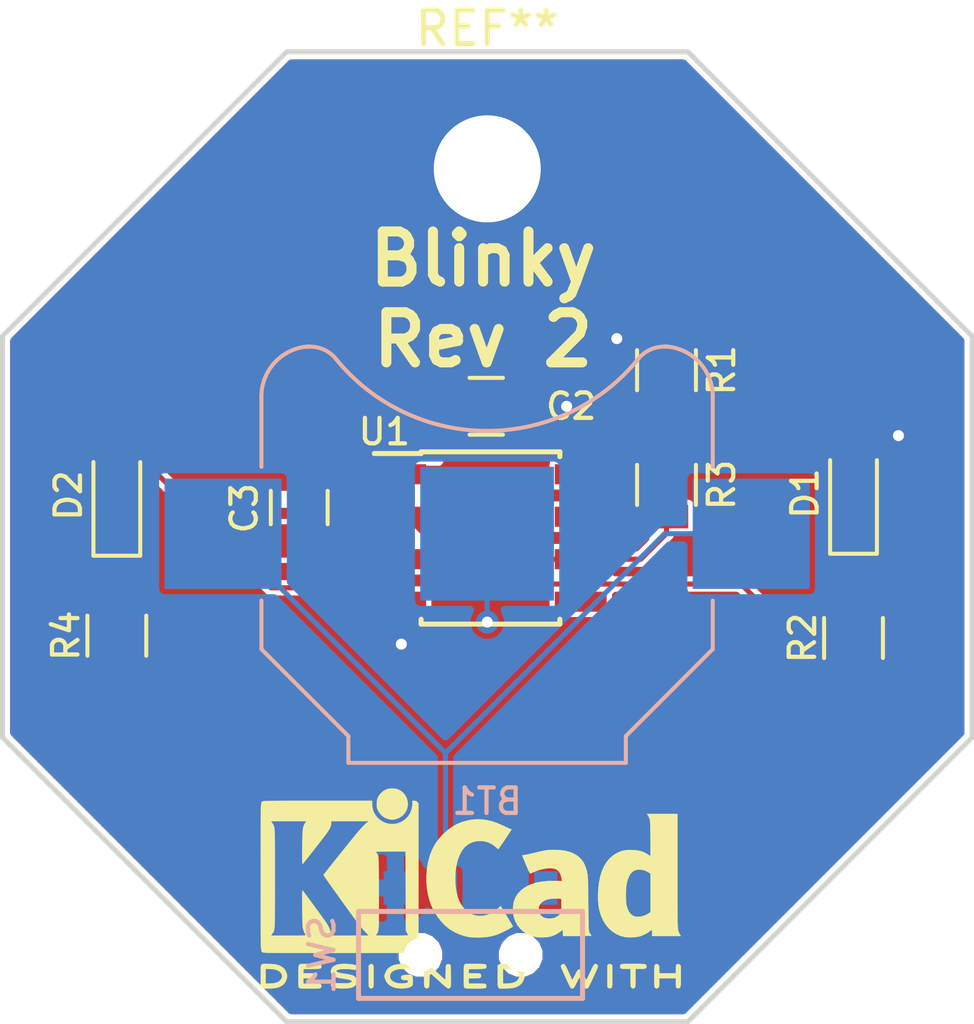
<source format=kicad_pcb>
(kicad_pcb (version 20171130) (host pcbnew "(5.0.0)")

  (general
    (thickness 1.6)
    (drawings 9)
    (tracks 58)
    (zones 0)
    (modules 13)
    (nets 11)
  )

  (page A4)
  (layers
    (0 F.Cu signal)
    (31 B.Cu signal)
    (32 B.Adhes user)
    (33 F.Adhes user)
    (34 B.Paste user)
    (35 F.Paste user)
    (36 B.SilkS user)
    (37 F.SilkS user)
    (38 B.Mask user)
    (39 F.Mask user)
    (40 Dwgs.User user)
    (41 Cmts.User user)
    (42 Eco1.User user)
    (43 Eco2.User user)
    (44 Edge.Cuts user)
    (45 Margin user hide)
    (46 B.CrtYd user hide)
    (47 F.CrtYd user)
    (48 B.Fab user)
    (49 F.Fab user hide)
  )

  (setup
    (last_trace_width 0.1524)
    (user_trace_width 0.3048)
    (user_trace_width 0.6096)
    (user_trace_width 1.2192)
    (trace_clearance 0.1524)
    (zone_clearance 0.1524)
    (zone_45_only no)
    (trace_min 0.1524)
    (segment_width 0.2)
    (edge_width 0.15)
    (via_size 0.6858)
    (via_drill 0.3302)
    (via_min_size 0.6858)
    (via_min_drill 0.3302)
    (uvia_size 0.3)
    (uvia_drill 0.1)
    (uvias_allowed no)
    (uvia_min_size 0.2)
    (uvia_min_drill 0.1)
    (pcb_text_width 0.3)
    (pcb_text_size 1.5 1.5)
    (mod_edge_width 0.15)
    (mod_text_size 0.762 0.762)
    (mod_text_width 0.127)
    (pad_size 1.524 1.524)
    (pad_drill 0.762)
    (pad_to_mask_clearance 0)
    (aux_axis_origin 0 0)
    (visible_elements 7FFFFFFF)
    (pcbplotparams
      (layerselection 0x010fc_ffffffff)
      (usegerberextensions false)
      (usegerberattributes false)
      (usegerberadvancedattributes false)
      (creategerberjobfile false)
      (excludeedgelayer true)
      (linewidth 0.076200)
      (plotframeref false)
      (viasonmask false)
      (mode 1)
      (useauxorigin false)
      (hpglpennumber 1)
      (hpglpenspeed 20)
      (hpglpendiameter 15.000000)
      (psnegative false)
      (psa4output false)
      (plotreference true)
      (plotvalue true)
      (plotinvisibletext false)
      (padsonsilk false)
      (subtractmaskfromsilk false)
      (outputformat 1)
      (mirror false)
      (drillshape 0)
      (scaleselection 1)
      (outputdirectory "gerbers/"))
  )

  (net 0 "")
  (net 1 "Net-(BT1-Pad1)")
  (net 2 GND)
  (net 3 "Net-(D1-Pad1)")
  (net 4 "Net-(D2-Pad1)")
  (net 5 "Net-(D2-Pad2)")
  (net 6 "Net-(R1-Pad2)")
  (net 7 "Net-(SW1-Pad1)")
  (net 8 /Vcc)
  (net 9 "Net-(C3-Pad1)")
  (net 10 "Net-(U1-Pad5)")

  (net_class Default "This is the default net class."
    (clearance 0.1524)
    (trace_width 0.1524)
    (via_dia 0.6858)
    (via_drill 0.3302)
    (uvia_dia 0.3)
    (uvia_drill 0.1)
    (add_net /Vcc)
    (add_net GND)
    (add_net "Net-(BT1-Pad1)")
    (add_net "Net-(C3-Pad1)")
    (add_net "Net-(D1-Pad1)")
    (add_net "Net-(D2-Pad1)")
    (add_net "Net-(D2-Pad2)")
    (add_net "Net-(R1-Pad2)")
    (add_net "Net-(SW1-Pad1)")
    (add_net "Net-(U1-Pad5)")
  )

  (module Battery:BatteryHolder_Keystone_3000_1x12mm (layer B.Cu) (tedit 58972371) (tstamp 5B733F63)
    (at 69.495 89.408)
    (descr http://www.keyelco.com/product-pdf.cfm?p=777)
    (tags "Keystone type 3000 coin cell retainer")
    (path /5B732E02)
    (attr smd)
    (fp_text reference BT1 (at 0 8) (layer B.SilkS)
      (effects (font (size 0.762 0.762) (thickness 0.127)) (justify mirror))
    )
    (fp_text value "3V Cell" (at 0 -7.5) (layer B.Fab)
      (effects (font (size 0.762 0.762) (thickness 0.127)) (justify mirror))
    )
    (fp_text user %R (at 0 0) (layer B.Fab)
      (effects (font (size 0.762 0.762) (thickness 0.127)) (justify mirror))
    )
    (fp_arc (start 0 0) (end 0 -6.75) (angle -36.6) (layer B.CrtYd) (width 0.05))
    (fp_arc (start 0.11 -9.15) (end 4.22 -5.65) (angle 3.1) (layer B.CrtYd) (width 0.05))
    (fp_arc (start 0.11 -9.15) (end -4.22 -5.65) (angle -3.1) (layer B.CrtYd) (width 0.05))
    (fp_arc (start 0 0) (end 0 -6.75) (angle 36.6) (layer B.CrtYd) (width 0.05))
    (fp_arc (start 5.25 -4.1) (end 5.3 -6.1) (angle 90) (layer B.CrtYd) (width 0.05))
    (fp_arc (start 5.29 -4.6) (end 4.22 -5.65) (angle 54.1) (layer B.CrtYd) (width 0.05))
    (fp_arc (start -5.29 -4.6) (end -4.22 -5.65) (angle -54.1) (layer B.CrtYd) (width 0.05))
    (fp_circle (center 0 0) (end 0 -6.25) (layer Dwgs.User) (width 0.15))
    (fp_arc (start 5.29 -4.6) (end 4.5 -5.2) (angle 60) (layer B.SilkS) (width 0.12))
    (fp_arc (start -5.29 -4.6) (end -4.5 -5.2) (angle -60) (layer B.SilkS) (width 0.12))
    (fp_arc (start 0 -8.9) (end -4.5 -5.2) (angle -101) (layer B.SilkS) (width 0.12))
    (fp_arc (start 5.29 -4.6) (end 4.6 -5.1) (angle 60) (layer B.Fab) (width 0.1))
    (fp_arc (start -5.29 -4.6) (end -4.6 -5.1) (angle -60) (layer B.Fab) (width 0.1))
    (fp_arc (start 0 -8.9) (end -4.6 -5.1) (angle -101) (layer B.Fab) (width 0.1))
    (fp_arc (start -5.25 -4.1) (end -5.3 -6.1) (angle -90) (layer B.CrtYd) (width 0.05))
    (fp_arc (start 5.25 -4.1) (end 5.3 -5.6) (angle 90) (layer B.SilkS) (width 0.12))
    (fp_arc (start -5.25 -4.1) (end -5.3 -5.6) (angle -90) (layer B.SilkS) (width 0.12))
    (fp_line (start -7.25 -2.15) (end -7.25 -4.1) (layer B.CrtYd) (width 0.05))
    (fp_line (start 7.25 -2.15) (end 7.25 -4.1) (layer B.CrtYd) (width 0.05))
    (fp_line (start 6.75 -2) (end 6.75 -4.1) (layer B.SilkS) (width 0.12))
    (fp_line (start -6.75 -2) (end -6.75 -4.1) (layer B.SilkS) (width 0.12))
    (fp_arc (start 5.25 -4.1) (end 5.3 -5.45) (angle 90) (layer B.Fab) (width 0.1))
    (fp_line (start 7.25 2.15) (end 7.25 3.8) (layer B.CrtYd) (width 0.05))
    (fp_line (start 7.25 3.8) (end 4.65 6.4) (layer B.CrtYd) (width 0.05))
    (fp_line (start 4.65 6.4) (end 4.65 7.35) (layer B.CrtYd) (width 0.05))
    (fp_line (start -4.65 7.35) (end 4.65 7.35) (layer B.CrtYd) (width 0.05))
    (fp_line (start -4.65 6.4) (end -4.65 7.35) (layer B.CrtYd) (width 0.05))
    (fp_line (start -7.25 3.8) (end -4.65 6.4) (layer B.CrtYd) (width 0.05))
    (fp_line (start -7.25 2.15) (end -7.25 3.8) (layer B.CrtYd) (width 0.05))
    (fp_line (start -6.75 2) (end -6.75 3.45) (layer B.SilkS) (width 0.12))
    (fp_line (start -6.75 3.45) (end -4.15 6.05) (layer B.SilkS) (width 0.12))
    (fp_line (start -4.15 6.05) (end -4.15 6.85) (layer B.SilkS) (width 0.12))
    (fp_line (start -4.15 6.85) (end 4.15 6.85) (layer B.SilkS) (width 0.12))
    (fp_line (start 4.15 6.85) (end 4.15 6.05) (layer B.SilkS) (width 0.12))
    (fp_line (start 4.15 6.05) (end 6.75 3.45) (layer B.SilkS) (width 0.12))
    (fp_line (start 6.75 3.45) (end 6.75 2) (layer B.SilkS) (width 0.12))
    (fp_line (start -7.25 2.15) (end -10.15 2.15) (layer B.CrtYd) (width 0.05))
    (fp_line (start -10.15 2.15) (end -10.15 -2.15) (layer B.CrtYd) (width 0.05))
    (fp_line (start -10.15 -2.15) (end -7.25 -2.15) (layer B.CrtYd) (width 0.05))
    (fp_line (start 7.25 2.15) (end 10.15 2.15) (layer B.CrtYd) (width 0.05))
    (fp_line (start 10.15 2.15) (end 10.15 -2.15) (layer B.CrtYd) (width 0.05))
    (fp_line (start 10.15 -2.15) (end 7.25 -2.15) (layer B.CrtYd) (width 0.05))
    (fp_arc (start -5.25 -4.1) (end -5.3 -5.45) (angle -90) (layer B.Fab) (width 0.1))
    (fp_line (start 6.6 3.4) (end 6.6 -4.1) (layer B.Fab) (width 0.1))
    (fp_line (start -6.6 3.4) (end -6.6 -4.1) (layer B.Fab) (width 0.1))
    (fp_line (start 4 6) (end 6.6 3.4) (layer B.Fab) (width 0.1))
    (fp_line (start -4 6) (end -6.6 3.4) (layer B.Fab) (width 0.1))
    (fp_line (start 4 6.7) (end 4 6) (layer B.Fab) (width 0.1))
    (fp_line (start -4 6.7) (end -4 6) (layer B.Fab) (width 0.1))
    (fp_line (start -4 6.7) (end 4 6.7) (layer B.Fab) (width 0.1))
    (pad 1 smd rect (at -7.9 0) (size 3.5 3.3) (layers B.Cu B.Paste B.Mask)
      (net 1 "Net-(BT1-Pad1)"))
    (pad 1 smd rect (at 7.9 0) (size 3.5 3.3) (layers B.Cu B.Paste B.Mask)
      (net 1 "Net-(BT1-Pad1)"))
    (pad 2 smd rect (at 0 0) (size 4 4) (layers B.Cu B.Mask)
      (net 2 GND))
    (model ${KISYS3DMOD}/Battery.3dshapes/BatteryHolder_Keystone_3000_1x12mm.wrl
      (at (xyz 0 0 0))
      (scale (xyz 1 1 1))
      (rotate (xyz 0 0 0))
    )
  )

  (module Capacitors_SMD:C_0805 (layer F.Cu) (tedit 58AA8463) (tstamp 5B733F85)
    (at 69.469 85.598 180)
    (descr "Capacitor SMD 0805, reflow soldering, AVX (see smccp.pdf)")
    (tags "capacitor 0805")
    (path /5B7420E7)
    (attr smd)
    (fp_text reference C2 (at -2.54 0 180) (layer F.SilkS)
      (effects (font (size 0.762 0.762) (thickness 0.127)))
    )
    (fp_text value 0.1u (at 0 1.75 180) (layer F.Fab)
      (effects (font (size 0.762 0.762) (thickness 0.127)))
    )
    (fp_text user %R (at 0 -1.5 180) (layer F.Fab)
      (effects (font (size 0.762 0.762) (thickness 0.127)))
    )
    (fp_line (start -1 0.62) (end -1 -0.62) (layer F.Fab) (width 0.1))
    (fp_line (start 1 0.62) (end -1 0.62) (layer F.Fab) (width 0.1))
    (fp_line (start 1 -0.62) (end 1 0.62) (layer F.Fab) (width 0.1))
    (fp_line (start -1 -0.62) (end 1 -0.62) (layer F.Fab) (width 0.1))
    (fp_line (start 0.5 -0.85) (end -0.5 -0.85) (layer F.SilkS) (width 0.12))
    (fp_line (start -0.5 0.85) (end 0.5 0.85) (layer F.SilkS) (width 0.12))
    (fp_line (start -1.75 -0.88) (end 1.75 -0.88) (layer F.CrtYd) (width 0.05))
    (fp_line (start -1.75 -0.88) (end -1.75 0.87) (layer F.CrtYd) (width 0.05))
    (fp_line (start 1.75 0.87) (end 1.75 -0.88) (layer F.CrtYd) (width 0.05))
    (fp_line (start 1.75 0.87) (end -1.75 0.87) (layer F.CrtYd) (width 0.05))
    (pad 1 smd rect (at -1 0 180) (size 1 1.25) (layers F.Cu F.Paste F.Mask)
      (net 8 /Vcc))
    (pad 2 smd rect (at 1 0 180) (size 1 1.25) (layers F.Cu F.Paste F.Mask)
      (net 2 GND))
    (model Capacitors_SMD.3dshapes/C_0805.wrl
      (at (xyz 0 0 0))
      (scale (xyz 1 1 1))
      (rotate (xyz 0 0 0))
    )
  )

  (module LEDs:LED_0805 (layer F.Cu) (tedit 59959803) (tstamp 5B733F9B)
    (at 80.455 88.207 90)
    (descr "LED 0805 smd package")
    (tags "LED led 0805 SMD smd SMT smt smdled SMDLED smtled SMTLED")
    (path /5B73564C)
    (attr smd)
    (fp_text reference D1 (at 0 -1.45 90) (layer F.SilkS)
      (effects (font (size 0.762 0.762) (thickness 0.127)))
    )
    (fp_text value LED (at 0 1.55 90) (layer F.Fab)
      (effects (font (size 0.762 0.762) (thickness 0.127)))
    )
    (fp_line (start -1.8 -0.7) (end -1.8 0.7) (layer F.SilkS) (width 0.12))
    (fp_line (start -0.4 -0.4) (end -0.4 0.4) (layer F.Fab) (width 0.1))
    (fp_line (start -0.4 0) (end 0.2 -0.4) (layer F.Fab) (width 0.1))
    (fp_line (start 0.2 0.4) (end -0.4 0) (layer F.Fab) (width 0.1))
    (fp_line (start 0.2 -0.4) (end 0.2 0.4) (layer F.Fab) (width 0.1))
    (fp_line (start 1 0.6) (end -1 0.6) (layer F.Fab) (width 0.1))
    (fp_line (start 1 -0.6) (end 1 0.6) (layer F.Fab) (width 0.1))
    (fp_line (start -1 -0.6) (end 1 -0.6) (layer F.Fab) (width 0.1))
    (fp_line (start -1 0.6) (end -1 -0.6) (layer F.Fab) (width 0.1))
    (fp_line (start -1.8 0.7) (end 1 0.7) (layer F.SilkS) (width 0.12))
    (fp_line (start -1.8 -0.7) (end 1 -0.7) (layer F.SilkS) (width 0.12))
    (fp_line (start 1.95 -0.85) (end 1.95 0.85) (layer F.CrtYd) (width 0.05))
    (fp_line (start 1.95 0.85) (end -1.95 0.85) (layer F.CrtYd) (width 0.05))
    (fp_line (start -1.95 0.85) (end -1.95 -0.85) (layer F.CrtYd) (width 0.05))
    (fp_line (start -1.95 -0.85) (end 1.95 -0.85) (layer F.CrtYd) (width 0.05))
    (fp_text user %R (at 0 -1.25 90) (layer F.Fab)
      (effects (font (size 0.762 0.762) (thickness 0.127)))
    )
    (pad 2 smd rect (at 1.1 0 270) (size 1.2 1.2) (layers F.Cu F.Paste F.Mask)
      (net 8 /Vcc))
    (pad 1 smd rect (at -1.1 0 270) (size 1.2 1.2) (layers F.Cu F.Paste F.Mask)
      (net 3 "Net-(D1-Pad1)"))
    (model ${KISYS3DMOD}/LEDs.3dshapes/LED_0805.wrl
      (at (xyz 0 0 0))
      (scale (xyz 1 1 1))
      (rotate (xyz 0 0 180))
    )
  )

  (module LEDs:LED_0805 (layer F.Cu) (tedit 59959803) (tstamp 5B734A29)
    (at 58.42 88.265 90)
    (descr "LED 0805 smd package")
    (tags "LED led 0805 SMD smd SMT smt smdled SMDLED smtled SMTLED")
    (path /5B734BFE)
    (attr smd)
    (fp_text reference D2 (at 0 -1.45 90) (layer F.SilkS)
      (effects (font (size 0.762 0.762) (thickness 0.127)))
    )
    (fp_text value LED (at 0 1.55 90) (layer F.Fab)
      (effects (font (size 0.762 0.762) (thickness 0.127)))
    )
    (fp_text user %R (at 0 -1.25 90) (layer F.Fab)
      (effects (font (size 0.762 0.762) (thickness 0.127)))
    )
    (fp_line (start -1.95 -0.85) (end 1.95 -0.85) (layer F.CrtYd) (width 0.05))
    (fp_line (start -1.95 0.85) (end -1.95 -0.85) (layer F.CrtYd) (width 0.05))
    (fp_line (start 1.95 0.85) (end -1.95 0.85) (layer F.CrtYd) (width 0.05))
    (fp_line (start 1.95 -0.85) (end 1.95 0.85) (layer F.CrtYd) (width 0.05))
    (fp_line (start -1.8 -0.7) (end 1 -0.7) (layer F.SilkS) (width 0.12))
    (fp_line (start -1.8 0.7) (end 1 0.7) (layer F.SilkS) (width 0.12))
    (fp_line (start -1 0.6) (end -1 -0.6) (layer F.Fab) (width 0.1))
    (fp_line (start -1 -0.6) (end 1 -0.6) (layer F.Fab) (width 0.1))
    (fp_line (start 1 -0.6) (end 1 0.6) (layer F.Fab) (width 0.1))
    (fp_line (start 1 0.6) (end -1 0.6) (layer F.Fab) (width 0.1))
    (fp_line (start 0.2 -0.4) (end 0.2 0.4) (layer F.Fab) (width 0.1))
    (fp_line (start 0.2 0.4) (end -0.4 0) (layer F.Fab) (width 0.1))
    (fp_line (start -0.4 0) (end 0.2 -0.4) (layer F.Fab) (width 0.1))
    (fp_line (start -0.4 -0.4) (end -0.4 0.4) (layer F.Fab) (width 0.1))
    (fp_line (start -1.8 -0.7) (end -1.8 0.7) (layer F.SilkS) (width 0.12))
    (pad 1 smd rect (at -1.1 0 270) (size 1.2 1.2) (layers F.Cu F.Paste F.Mask)
      (net 4 "Net-(D2-Pad1)"))
    (pad 2 smd rect (at 1.1 0 270) (size 1.2 1.2) (layers F.Cu F.Paste F.Mask)
      (net 5 "Net-(D2-Pad2)"))
    (model ${KISYS3DMOD}/LEDs.3dshapes/LED_0805.wrl
      (at (xyz 0 0 0))
      (scale (xyz 1 1 1))
      (rotate (xyz 0 0 180))
    )
  )

  (module Resistors_SMD:R_0805 (layer F.Cu) (tedit 58E0A804) (tstamp 5B733FC2)
    (at 74.861 84.519 270)
    (descr "Resistor SMD 0805, reflow soldering, Vishay (see dcrcw.pdf)")
    (tags "resistor 0805")
    (path /5B732EA7)
    (attr smd)
    (fp_text reference R1 (at 0 -1.65 270) (layer F.SilkS)
      (effects (font (size 0.762 0.762) (thickness 0.127)))
    )
    (fp_text value 10k (at 0 1.75 270) (layer F.Fab)
      (effects (font (size 0.762 0.762) (thickness 0.127)))
    )
    (fp_line (start 1.55 0.9) (end -1.55 0.9) (layer F.CrtYd) (width 0.05))
    (fp_line (start 1.55 0.9) (end 1.55 -0.9) (layer F.CrtYd) (width 0.05))
    (fp_line (start -1.55 -0.9) (end -1.55 0.9) (layer F.CrtYd) (width 0.05))
    (fp_line (start -1.55 -0.9) (end 1.55 -0.9) (layer F.CrtYd) (width 0.05))
    (fp_line (start -0.6 -0.88) (end 0.6 -0.88) (layer F.SilkS) (width 0.12))
    (fp_line (start 0.6 0.88) (end -0.6 0.88) (layer F.SilkS) (width 0.12))
    (fp_line (start -1 -0.62) (end 1 -0.62) (layer F.Fab) (width 0.1))
    (fp_line (start 1 -0.62) (end 1 0.62) (layer F.Fab) (width 0.1))
    (fp_line (start 1 0.62) (end -1 0.62) (layer F.Fab) (width 0.1))
    (fp_line (start -1 0.62) (end -1 -0.62) (layer F.Fab) (width 0.1))
    (fp_text user %R (at 0 0.022999 270) (layer F.Fab)
      (effects (font (size 0.762 0.762) (thickness 0.127)))
    )
    (pad 2 smd rect (at 0.95 0 270) (size 0.7 1.3) (layers F.Cu F.Paste F.Mask)
      (net 6 "Net-(R1-Pad2)"))
    (pad 1 smd rect (at -0.95 0 270) (size 0.7 1.3) (layers F.Cu F.Paste F.Mask)
      (net 8 /Vcc))
    (model ${KISYS3DMOD}/Resistors_SMD.3dshapes/R_0805.wrl
      (at (xyz 0 0 0))
      (scale (xyz 1 1 1))
      (rotate (xyz 0 0 0))
    )
  )

  (module Resistors_SMD:R_0805 (layer F.Cu) (tedit 58E0A804) (tstamp 5B734500)
    (at 80.455001 92.525 270)
    (descr "Resistor SMD 0805, reflow soldering, Vishay (see dcrcw.pdf)")
    (tags "resistor 0805")
    (path /5B7367CF)
    (attr smd)
    (fp_text reference R2 (at 0 1.524 270) (layer F.SilkS)
      (effects (font (size 0.762 0.762) (thickness 0.127)))
    )
    (fp_text value 200 (at 0 1.75 270) (layer F.Fab)
      (effects (font (size 0.762 0.762) (thickness 0.127)))
    )
    (fp_text user %R (at 0 0 270) (layer F.Fab)
      (effects (font (size 0.762 0.762) (thickness 0.127)))
    )
    (fp_line (start -1 0.62) (end -1 -0.62) (layer F.Fab) (width 0.1))
    (fp_line (start 1 0.62) (end -1 0.62) (layer F.Fab) (width 0.1))
    (fp_line (start 1 -0.62) (end 1 0.62) (layer F.Fab) (width 0.1))
    (fp_line (start -1 -0.62) (end 1 -0.62) (layer F.Fab) (width 0.1))
    (fp_line (start 0.6 0.88) (end -0.6 0.88) (layer F.SilkS) (width 0.12))
    (fp_line (start -0.6 -0.88) (end 0.6 -0.88) (layer F.SilkS) (width 0.12))
    (fp_line (start -1.55 -0.9) (end 1.55 -0.9) (layer F.CrtYd) (width 0.05))
    (fp_line (start -1.55 -0.9) (end -1.55 0.9) (layer F.CrtYd) (width 0.05))
    (fp_line (start 1.55 0.9) (end 1.55 -0.9) (layer F.CrtYd) (width 0.05))
    (fp_line (start 1.55 0.9) (end -1.55 0.9) (layer F.CrtYd) (width 0.05))
    (pad 1 smd rect (at -0.95 0 270) (size 0.7 1.3) (layers F.Cu F.Paste F.Mask)
      (net 3 "Net-(D1-Pad1)"))
    (pad 2 smd rect (at 0.95 0 270) (size 0.7 1.3) (layers F.Cu F.Paste F.Mask)
      (net 5 "Net-(D2-Pad2)"))
    (model ${KISYS3DMOD}/Resistors_SMD.3dshapes/R_0805.wrl
      (at (xyz 0 0 0))
      (scale (xyz 1 1 1))
      (rotate (xyz 0 0 0))
    )
  )

  (module Resistors_SMD:R_0805 (layer F.Cu) (tedit 58E0A804) (tstamp 5B733FE4)
    (at 74.861 87.948 270)
    (descr "Resistor SMD 0805, reflow soldering, Vishay (see dcrcw.pdf)")
    (tags "resistor 0805")
    (path /5B732EE9)
    (attr smd)
    (fp_text reference R3 (at 0 -1.65 270) (layer F.SilkS)
      (effects (font (size 0.762 0.762) (thickness 0.127)))
    )
    (fp_text value 1M (at 0 1.75 270) (layer F.Fab)
      (effects (font (size 0.762 0.762) (thickness 0.127)))
    )
    (fp_text user %R (at 0 0 270) (layer F.Fab)
      (effects (font (size 0.762 0.762) (thickness 0.127)))
    )
    (fp_line (start -1 0.62) (end -1 -0.62) (layer F.Fab) (width 0.1))
    (fp_line (start 1 0.62) (end -1 0.62) (layer F.Fab) (width 0.1))
    (fp_line (start 1 -0.62) (end 1 0.62) (layer F.Fab) (width 0.1))
    (fp_line (start -1 -0.62) (end 1 -0.62) (layer F.Fab) (width 0.1))
    (fp_line (start 0.6 0.88) (end -0.6 0.88) (layer F.SilkS) (width 0.12))
    (fp_line (start -0.6 -0.88) (end 0.6 -0.88) (layer F.SilkS) (width 0.12))
    (fp_line (start -1.55 -0.9) (end 1.55 -0.9) (layer F.CrtYd) (width 0.05))
    (fp_line (start -1.55 -0.9) (end -1.55 0.9) (layer F.CrtYd) (width 0.05))
    (fp_line (start 1.55 0.9) (end 1.55 -0.9) (layer F.CrtYd) (width 0.05))
    (fp_line (start 1.55 0.9) (end -1.55 0.9) (layer F.CrtYd) (width 0.05))
    (pad 1 smd rect (at -0.95 0 270) (size 0.7 1.3) (layers F.Cu F.Paste F.Mask)
      (net 6 "Net-(R1-Pad2)"))
    (pad 2 smd rect (at 0.95 0 270) (size 0.7 1.3) (layers F.Cu F.Paste F.Mask)
      (net 9 "Net-(C3-Pad1)"))
    (model ${KISYS3DMOD}/Resistors_SMD.3dshapes/R_0805.wrl
      (at (xyz 0 0 0))
      (scale (xyz 1 1 1))
      (rotate (xyz 0 0 0))
    )
  )

  (module Resistors_SMD:R_0805 (layer F.Cu) (tedit 58E0A804) (tstamp 5B733FF5)
    (at 58.42 92.456 270)
    (descr "Resistor SMD 0805, reflow soldering, Vishay (see dcrcw.pdf)")
    (tags "resistor 0805")
    (path /5B7351FE)
    (attr smd)
    (fp_text reference R4 (at 0 1.524 270) (layer F.SilkS)
      (effects (font (size 0.762 0.762) (thickness 0.127)))
    )
    (fp_text value 200 (at 0 1.75 270) (layer F.Fab)
      (effects (font (size 0.762 0.762) (thickness 0.127)))
    )
    (fp_line (start 1.55 0.9) (end -1.55 0.9) (layer F.CrtYd) (width 0.05))
    (fp_line (start 1.55 0.9) (end 1.55 -0.9) (layer F.CrtYd) (width 0.05))
    (fp_line (start -1.55 -0.9) (end -1.55 0.9) (layer F.CrtYd) (width 0.05))
    (fp_line (start -1.55 -0.9) (end 1.55 -0.9) (layer F.CrtYd) (width 0.05))
    (fp_line (start -0.6 -0.88) (end 0.6 -0.88) (layer F.SilkS) (width 0.12))
    (fp_line (start 0.6 0.88) (end -0.6 0.88) (layer F.SilkS) (width 0.12))
    (fp_line (start -1 -0.62) (end 1 -0.62) (layer F.Fab) (width 0.1))
    (fp_line (start 1 -0.62) (end 1 0.62) (layer F.Fab) (width 0.1))
    (fp_line (start 1 0.62) (end -1 0.62) (layer F.Fab) (width 0.1))
    (fp_line (start -1 0.62) (end -1 -0.62) (layer F.Fab) (width 0.1))
    (fp_text user %R (at 0 0 270) (layer F.Fab)
      (effects (font (size 0.762 0.762) (thickness 0.127)))
    )
    (pad 2 smd rect (at 0.95 0 270) (size 0.7 1.3) (layers F.Cu F.Paste F.Mask)
      (net 2 GND))
    (pad 1 smd rect (at -0.95 0 270) (size 0.7 1.3) (layers F.Cu F.Paste F.Mask)
      (net 4 "Net-(D2-Pad1)"))
    (model ${KISYS3DMOD}/Resistors_SMD.3dshapes/R_0805.wrl
      (at (xyz 0 0 0))
      (scale (xyz 1 1 1))
      (rotate (xyz 0 0 0))
    )
  )

  (module Housings_SOIC:SOIC-8_3.9x4.9mm_Pitch1.27mm (layer F.Cu) (tedit 58CD0CDA) (tstamp 5B73429A)
    (at 69.596 89.535)
    (descr "8-Lead Plastic Small Outline (SN) - Narrow, 3.90 mm Body [SOIC] (see Microchip Packaging Specification 00000049BS.pdf)")
    (tags "SOIC 1.27")
    (path /5B73381F)
    (attr smd)
    (fp_text reference U1 (at -3.175 -3.175) (layer F.SilkS)
      (effects (font (size 0.762 0.762) (thickness 0.127)))
    )
    (fp_text value NE555 (at 0 3.5) (layer F.Fab)
      (effects (font (size 0.762 0.762) (thickness 0.127)))
    )
    (fp_line (start -2.075 -2.525) (end -3.475 -2.525) (layer F.SilkS) (width 0.15))
    (fp_line (start -2.075 2.575) (end 2.075 2.575) (layer F.SilkS) (width 0.15))
    (fp_line (start -2.075 -2.575) (end 2.075 -2.575) (layer F.SilkS) (width 0.15))
    (fp_line (start -2.075 2.575) (end -2.075 2.43) (layer F.SilkS) (width 0.15))
    (fp_line (start 2.075 2.575) (end 2.075 2.43) (layer F.SilkS) (width 0.15))
    (fp_line (start 2.075 -2.575) (end 2.075 -2.43) (layer F.SilkS) (width 0.15))
    (fp_line (start -2.075 -2.575) (end -2.075 -2.525) (layer F.SilkS) (width 0.15))
    (fp_line (start -3.73 2.7) (end 3.73 2.7) (layer F.CrtYd) (width 0.05))
    (fp_line (start -3.73 -2.7) (end 3.73 -2.7) (layer F.CrtYd) (width 0.05))
    (fp_line (start 3.73 -2.7) (end 3.73 2.7) (layer F.CrtYd) (width 0.05))
    (fp_line (start -3.73 -2.7) (end -3.73 2.7) (layer F.CrtYd) (width 0.05))
    (fp_line (start -1.95 -1.45) (end -0.95 -2.45) (layer F.Fab) (width 0.1))
    (fp_line (start -1.95 2.45) (end -1.95 -1.45) (layer F.Fab) (width 0.1))
    (fp_line (start 1.95 2.45) (end -1.95 2.45) (layer F.Fab) (width 0.1))
    (fp_line (start 1.95 -2.45) (end 1.95 2.45) (layer F.Fab) (width 0.1))
    (fp_line (start -0.95 -2.45) (end 1.95 -2.45) (layer F.Fab) (width 0.1))
    (fp_text user %R (at 0 0) (layer F.Fab)
      (effects (font (size 0.762 0.762) (thickness 0.127)))
    )
    (pad 8 smd rect (at 2.7 -1.905) (size 1.55 0.6) (layers F.Cu F.Paste F.Mask)
      (net 8 /Vcc))
    (pad 7 smd rect (at 2.7 -0.635) (size 1.55 0.6) (layers F.Cu F.Paste F.Mask)
      (net 6 "Net-(R1-Pad2)"))
    (pad 6 smd rect (at 2.7 0.635) (size 1.55 0.6) (layers F.Cu F.Paste F.Mask)
      (net 9 "Net-(C3-Pad1)"))
    (pad 5 smd rect (at 2.7 1.905) (size 1.55 0.6) (layers F.Cu F.Paste F.Mask)
      (net 10 "Net-(U1-Pad5)"))
    (pad 4 smd rect (at -2.7 1.905) (size 1.55 0.6) (layers F.Cu F.Paste F.Mask)
      (net 8 /Vcc))
    (pad 3 smd rect (at -2.7 0.635) (size 1.55 0.6) (layers F.Cu F.Paste F.Mask)
      (net 5 "Net-(D2-Pad2)"))
    (pad 2 smd rect (at -2.7 -0.635) (size 1.55 0.6) (layers F.Cu F.Paste F.Mask)
      (net 9 "Net-(C3-Pad1)"))
    (pad 1 smd rect (at -2.7 -1.905) (size 1.55 0.6) (layers F.Cu F.Paste F.Mask)
      (net 2 GND))
    (model ${KISYS3DMOD}/Housings_SOIC.3dshapes/SOIC-8_3.9x4.9mm_Pitch1.27mm.wrl
      (at (xyz 0 0 0))
      (scale (xyz 1 1 1))
      (rotate (xyz 0 0 0))
    )
  )

  (module Symbols:KiCad-Logo2_6mm_SilkScreen locked (layer F.Cu) (tedit 0) (tstamp 5B735A35)
    (at 69 100)
    (descr "KiCad Logo")
    (tags "Logo KiCad")
    (attr virtual)
    (fp_text reference REF*** (at 0 0) (layer F.SilkS) hide
      (effects (font (size 0.762 0.762) (thickness 0.127)))
    )
    (fp_text value KiCad-Logo2_6mm_SilkScreen (at 0.75 0) (layer F.Fab) hide
      (effects (font (size 0.762 0.762) (thickness 0.127)))
    )
    (fp_poly (pts (xy -6.121371 2.269066) (xy -6.081889 2.269467) (xy -5.9662 2.272259) (xy -5.869311 2.28055)
      (xy -5.787919 2.295232) (xy -5.718723 2.317193) (xy -5.65842 2.347322) (xy -5.603708 2.38651)
      (xy -5.584167 2.403532) (xy -5.55175 2.443363) (xy -5.52252 2.497413) (xy -5.499991 2.557323)
      (xy -5.487679 2.614739) (xy -5.4864 2.635956) (xy -5.494417 2.694769) (xy -5.515899 2.759013)
      (xy -5.546999 2.819821) (xy -5.583866 2.86833) (xy -5.589854 2.874182) (xy -5.640579 2.915321)
      (xy -5.696125 2.947435) (xy -5.759696 2.971365) (xy -5.834494 2.987953) (xy -5.923722 2.998041)
      (xy -6.030582 3.002469) (xy -6.079528 3.002845) (xy -6.141762 3.002545) (xy -6.185528 3.001292)
      (xy -6.214931 2.998554) (xy -6.234079 2.993801) (xy -6.247077 2.986501) (xy -6.254045 2.980267)
      (xy -6.260626 2.972694) (xy -6.265788 2.962924) (xy -6.269703 2.94834) (xy -6.272543 2.926326)
      (xy -6.27448 2.894264) (xy -6.275684 2.849536) (xy -6.276328 2.789526) (xy -6.276583 2.711617)
      (xy -6.276622 2.635956) (xy -6.27687 2.535041) (xy -6.276817 2.454427) (xy -6.275857 2.415822)
      (xy -6.129867 2.415822) (xy -6.129867 2.856089) (xy -6.036734 2.856004) (xy -5.980693 2.854396)
      (xy -5.921999 2.850256) (xy -5.873028 2.844464) (xy -5.871538 2.844226) (xy -5.792392 2.82509)
      (xy -5.731002 2.795287) (xy -5.684305 2.752878) (xy -5.654635 2.706961) (xy -5.636353 2.656026)
      (xy -5.637771 2.6082) (xy -5.658988 2.556933) (xy -5.700489 2.503899) (xy -5.757998 2.4646)
      (xy -5.83275 2.438331) (xy -5.882708 2.429035) (xy -5.939416 2.422507) (xy -5.999519 2.417782)
      (xy -6.050639 2.415817) (xy -6.053667 2.415808) (xy -6.129867 2.415822) (xy -6.275857 2.415822)
      (xy -6.27526 2.391851) (xy -6.270998 2.345055) (xy -6.26283 2.311778) (xy -6.249556 2.289759)
      (xy -6.229974 2.276739) (xy -6.202883 2.270457) (xy -6.167082 2.268653) (xy -6.121371 2.269066)) (layer F.SilkS) (width 0.01))
    (fp_poly (pts (xy -4.712794 2.269146) (xy -4.643386 2.269518) (xy -4.590997 2.270385) (xy -4.552847 2.271946)
      (xy -4.526159 2.274403) (xy -4.508153 2.277957) (xy -4.496049 2.28281) (xy -4.487069 2.289161)
      (xy -4.483818 2.292084) (xy -4.464043 2.323142) (xy -4.460482 2.358828) (xy -4.473491 2.39051)
      (xy -4.479506 2.396913) (xy -4.489235 2.403121) (xy -4.504901 2.40791) (xy -4.529408 2.411514)
      (xy -4.565661 2.414164) (xy -4.616565 2.416095) (xy -4.685026 2.417539) (xy -4.747617 2.418418)
      (xy -4.995334 2.421467) (xy -4.998719 2.486378) (xy -5.002105 2.551289) (xy -4.833958 2.551289)
      (xy -4.760959 2.551919) (xy -4.707517 2.554553) (xy -4.670628 2.560309) (xy -4.647288 2.570304)
      (xy -4.634494 2.585656) (xy -4.629242 2.607482) (xy -4.628445 2.627738) (xy -4.630923 2.652592)
      (xy -4.640277 2.670906) (xy -4.659383 2.683637) (xy -4.691118 2.691741) (xy -4.738359 2.696176)
      (xy -4.803983 2.697899) (xy -4.839801 2.698045) (xy -5.000978 2.698045) (xy -5.000978 2.856089)
      (xy -4.752622 2.856089) (xy -4.671213 2.856202) (xy -4.609342 2.856712) (xy -4.563968 2.85787)
      (xy -4.532054 2.85993) (xy -4.510559 2.863146) (xy -4.496443 2.867772) (xy -4.486668 2.874059)
      (xy -4.481689 2.878667) (xy -4.46461 2.90556) (xy -4.459111 2.929467) (xy -4.466963 2.958667)
      (xy -4.481689 2.980267) (xy -4.489546 2.987066) (xy -4.499688 2.992346) (xy -4.514844 2.996298)
      (xy -4.537741 2.999113) (xy -4.571109 3.000982) (xy -4.617675 3.002098) (xy -4.680167 3.002651)
      (xy -4.761314 3.002833) (xy -4.803422 3.002845) (xy -4.893598 3.002765) (xy -4.963924 3.002398)
      (xy -5.017129 3.001552) (xy -5.05594 3.000036) (xy -5.083087 2.997659) (xy -5.101298 2.994229)
      (xy -5.1133 2.989554) (xy -5.121822 2.983444) (xy -5.125156 2.980267) (xy -5.131755 2.97267)
      (xy -5.136927 2.96287) (xy -5.140846 2.948239) (xy -5.143684 2.926152) (xy -5.145615 2.893982)
      (xy -5.146812 2.849103) (xy -5.147448 2.788889) (xy -5.147697 2.710713) (xy -5.147734 2.637923)
      (xy -5.1477 2.544707) (xy -5.147465 2.471431) (xy -5.14683 2.415458) (xy -5.145594 2.374151)
      (xy -5.143556 2.344872) (xy -5.140517 2.324984) (xy -5.136277 2.31185) (xy -5.130635 2.302832)
      (xy -5.123391 2.295293) (xy -5.121606 2.293612) (xy -5.112945 2.286172) (xy -5.102882 2.280409)
      (xy -5.088625 2.276112) (xy -5.067383 2.273064) (xy -5.036364 2.271051) (xy -4.992777 2.26986)
      (xy -4.933831 2.269275) (xy -4.856734 2.269083) (xy -4.802001 2.269067) (xy -4.712794 2.269146)) (layer F.SilkS) (width 0.01))
    (fp_poly (pts (xy -3.691703 2.270351) (xy -3.616888 2.275581) (xy -3.547306 2.28375) (xy -3.487002 2.29455)
      (xy -3.44002 2.307673) (xy -3.410406 2.322813) (xy -3.40586 2.327269) (xy -3.390054 2.36185)
      (xy -3.394847 2.397351) (xy -3.419364 2.427725) (xy -3.420534 2.428596) (xy -3.434954 2.437954)
      (xy -3.450008 2.442876) (xy -3.471005 2.443473) (xy -3.503257 2.439861) (xy -3.552073 2.432154)
      (xy -3.556 2.431505) (xy -3.628739 2.422569) (xy -3.707217 2.418161) (xy -3.785927 2.418119)
      (xy -3.859361 2.422279) (xy -3.922011 2.430479) (xy -3.96837 2.442557) (xy -3.971416 2.443771)
      (xy -4.005048 2.462615) (xy -4.016864 2.481685) (xy -4.007614 2.500439) (xy -3.978047 2.518337)
      (xy -3.928911 2.534837) (xy -3.860957 2.549396) (xy -3.815645 2.556406) (xy -3.721456 2.569889)
      (xy -3.646544 2.582214) (xy -3.587717 2.594449) (xy -3.541785 2.607661) (xy -3.505555 2.622917)
      (xy -3.475838 2.641285) (xy -3.449442 2.663831) (xy -3.42823 2.685971) (xy -3.403065 2.716819)
      (xy -3.390681 2.743345) (xy -3.386808 2.776026) (xy -3.386667 2.787995) (xy -3.389576 2.827712)
      (xy -3.401202 2.857259) (xy -3.421323 2.883486) (xy -3.462216 2.923576) (xy -3.507817 2.954149)
      (xy -3.561513 2.976203) (xy -3.626692 2.990735) (xy -3.706744 2.998741) (xy -3.805057 3.001218)
      (xy -3.821289 3.001177) (xy -3.886849 2.999818) (xy -3.951866 2.99673) (xy -4.009252 2.992356)
      (xy -4.051922 2.98714) (xy -4.055372 2.986541) (xy -4.097796 2.976491) (xy -4.13378 2.963796)
      (xy -4.15415 2.95219) (xy -4.173107 2.921572) (xy -4.174427 2.885918) (xy -4.158085 2.854144)
      (xy -4.154429 2.850551) (xy -4.139315 2.839876) (xy -4.120415 2.835276) (xy -4.091162 2.836059)
      (xy -4.055651 2.840127) (xy -4.01597 2.843762) (xy -3.960345 2.846828) (xy -3.895406 2.849053)
      (xy -3.827785 2.850164) (xy -3.81 2.850237) (xy -3.742128 2.849964) (xy -3.692454 2.848646)
      (xy -3.65661 2.845827) (xy -3.630224 2.84105) (xy -3.608926 2.833857) (xy -3.596126 2.827867)
      (xy -3.568 2.811233) (xy -3.550068 2.796168) (xy -3.547447 2.791897) (xy -3.552976 2.774263)
      (xy -3.57926 2.757192) (xy -3.624478 2.741458) (xy -3.686808 2.727838) (xy -3.705171 2.724804)
      (xy -3.80109 2.709738) (xy -3.877641 2.697146) (xy -3.93778 2.686111) (xy -3.98446 2.67572)
      (xy -4.020637 2.665056) (xy -4.049265 2.653205) (xy -4.073298 2.639251) (xy -4.095692 2.622281)
      (xy -4.119402 2.601378) (xy -4.12738 2.594049) (xy -4.155353 2.566699) (xy -4.17016 2.545029)
      (xy -4.175952 2.520232) (xy -4.176889 2.488983) (xy -4.166575 2.427705) (xy -4.135752 2.37564)
      (xy -4.084595 2.332958) (xy -4.013283 2.299825) (xy -3.9624 2.284964) (xy -3.9071 2.275366)
      (xy -3.840853 2.269936) (xy -3.767706 2.268367) (xy -3.691703 2.270351)) (layer F.SilkS) (width 0.01))
    (fp_poly (pts (xy -2.923822 2.291645) (xy -2.917242 2.299218) (xy -2.912079 2.308987) (xy -2.908164 2.323571)
      (xy -2.905324 2.345585) (xy -2.903387 2.377648) (xy -2.902183 2.422375) (xy -2.901539 2.482385)
      (xy -2.901284 2.560294) (xy -2.901245 2.635956) (xy -2.901314 2.729802) (xy -2.901638 2.803689)
      (xy -2.902386 2.860232) (xy -2.903732 2.902049) (xy -2.905846 2.931757) (xy -2.9089 2.951973)
      (xy -2.913066 2.965314) (xy -2.918516 2.974398) (xy -2.923822 2.980267) (xy -2.956826 2.999947)
      (xy -2.991991 2.998181) (xy -3.023455 2.976717) (xy -3.030684 2.968337) (xy -3.036334 2.958614)
      (xy -3.040599 2.944861) (xy -3.043673 2.924389) (xy -3.045752 2.894512) (xy -3.04703 2.852541)
      (xy -3.047701 2.795789) (xy -3.047959 2.721567) (xy -3.048 2.637537) (xy -3.048 2.324485)
      (xy -3.020291 2.296776) (xy -2.986137 2.273463) (xy -2.953006 2.272623) (xy -2.923822 2.291645)) (layer F.SilkS) (width 0.01))
    (fp_poly (pts (xy -1.950081 2.274599) (xy -1.881565 2.286095) (xy -1.828943 2.303967) (xy -1.794708 2.327499)
      (xy -1.785379 2.340924) (xy -1.775893 2.372148) (xy -1.782277 2.400395) (xy -1.80243 2.427182)
      (xy -1.833745 2.439713) (xy -1.879183 2.438696) (xy -1.914326 2.431906) (xy -1.992419 2.418971)
      (xy -2.072226 2.417742) (xy -2.161555 2.428241) (xy -2.186229 2.43269) (xy -2.269291 2.456108)
      (xy -2.334273 2.490945) (xy -2.380461 2.536604) (xy -2.407145 2.592494) (xy -2.412663 2.621388)
      (xy -2.409051 2.680012) (xy -2.385729 2.731879) (xy -2.344824 2.775978) (xy -2.288459 2.811299)
      (xy -2.21876 2.836829) (xy -2.137852 2.851559) (xy -2.04786 2.854478) (xy -1.95091 2.844575)
      (xy -1.945436 2.843641) (xy -1.906875 2.836459) (xy -1.885494 2.829521) (xy -1.876227 2.819227)
      (xy -1.874006 2.801976) (xy -1.873956 2.792841) (xy -1.873956 2.754489) (xy -1.942431 2.754489)
      (xy -2.0029 2.750347) (xy -2.044165 2.737147) (xy -2.068175 2.71373) (xy -2.076877 2.678936)
      (xy -2.076983 2.674394) (xy -2.071892 2.644654) (xy -2.054433 2.623419) (xy -2.021939 2.609366)
      (xy -1.971743 2.601173) (xy -1.923123 2.598161) (xy -1.852456 2.596433) (xy -1.801198 2.59907)
      (xy -1.766239 2.6088) (xy -1.74447 2.628353) (xy -1.73278 2.660456) (xy -1.72806 2.707838)
      (xy -1.7272 2.770071) (xy -1.728609 2.839535) (xy -1.732848 2.886786) (xy -1.739936 2.912012)
      (xy -1.741311 2.913988) (xy -1.780228 2.945508) (xy -1.837286 2.97047) (xy -1.908869 2.98834)
      (xy -1.991358 2.998586) (xy -2.081139 3.000673) (xy -2.174592 2.994068) (xy -2.229556 2.985956)
      (xy -2.315766 2.961554) (xy -2.395892 2.921662) (xy -2.462977 2.869887) (xy -2.473173 2.859539)
      (xy -2.506302 2.816035) (xy -2.536194 2.762118) (xy -2.559357 2.705592) (xy -2.572298 2.654259)
      (xy -2.573858 2.634544) (xy -2.567218 2.593419) (xy -2.549568 2.542252) (xy -2.524297 2.488394)
      (xy -2.494789 2.439195) (xy -2.468719 2.406334) (xy -2.407765 2.357452) (xy -2.328969 2.318545)
      (xy -2.235157 2.290494) (xy -2.12915 2.274179) (xy -2.032 2.270192) (xy -1.950081 2.274599)) (layer F.SilkS) (width 0.01))
    (fp_poly (pts (xy -1.300114 2.273448) (xy -1.276548 2.287273) (xy -1.245735 2.309881) (xy -1.206078 2.342338)
      (xy -1.15598 2.385708) (xy -1.093843 2.441058) (xy -1.018072 2.509451) (xy -0.931334 2.588084)
      (xy -0.750711 2.751878) (xy -0.745067 2.532029) (xy -0.743029 2.456351) (xy -0.741063 2.399994)
      (xy -0.738734 2.359706) (xy -0.735606 2.332235) (xy -0.731245 2.314329) (xy -0.725216 2.302737)
      (xy -0.717084 2.294208) (xy -0.712772 2.290623) (xy -0.678241 2.27167) (xy -0.645383 2.274441)
      (xy -0.619318 2.290633) (xy -0.592667 2.312199) (xy -0.589352 2.627151) (xy -0.588435 2.719779)
      (xy -0.587968 2.792544) (xy -0.588113 2.848161) (xy -0.589032 2.889342) (xy -0.590887 2.918803)
      (xy -0.593839 2.939255) (xy -0.59805 2.953413) (xy -0.603682 2.963991) (xy -0.609927 2.972474)
      (xy -0.623439 2.988207) (xy -0.636883 2.998636) (xy -0.652124 3.002639) (xy -0.671026 2.999094)
      (xy -0.695455 2.986879) (xy -0.727273 2.964871) (xy -0.768348 2.931949) (xy -0.820542 2.886991)
      (xy -0.885722 2.828875) (xy -0.959556 2.762099) (xy -1.224845 2.521458) (xy -1.230489 2.740589)
      (xy -1.232531 2.816128) (xy -1.234502 2.872354) (xy -1.236839 2.912524) (xy -1.239981 2.939896)
      (xy -1.244364 2.957728) (xy -1.250424 2.969279) (xy -1.2586 2.977807) (xy -1.262784 2.981282)
      (xy -1.299765 3.000372) (xy -1.334708 2.997493) (xy -1.365136 2.9731) (xy -1.372097 2.963286)
      (xy -1.377523 2.951826) (xy -1.381603 2.935968) (xy -1.384529 2.912963) (xy -1.386492 2.880062)
      (xy -1.387683 2.834516) (xy -1.388292 2.773573) (xy -1.388511 2.694486) (xy -1.388534 2.635956)
      (xy -1.38846 2.544407) (xy -1.388113 2.472687) (xy -1.387301 2.418045) (xy -1.385833 2.377732)
      (xy -1.383519 2.348998) (xy -1.380167 2.329093) (xy -1.375588 2.315268) (xy -1.369589 2.304772)
      (xy -1.365136 2.298811) (xy -1.35385 2.284691) (xy -1.343301 2.274029) (xy -1.331893 2.267892)
      (xy -1.31803 2.267343) (xy -1.300114 2.273448)) (layer F.SilkS) (width 0.01))
    (fp_poly (pts (xy 0.230343 2.26926) (xy 0.306701 2.270174) (xy 0.365217 2.272311) (xy 0.408255 2.276175)
      (xy 0.438183 2.282267) (xy 0.457368 2.29109) (xy 0.468176 2.303146) (xy 0.472973 2.318939)
      (xy 0.474127 2.33897) (xy 0.474133 2.341335) (xy 0.473131 2.363992) (xy 0.468396 2.381503)
      (xy 0.457333 2.394574) (xy 0.437348 2.403913) (xy 0.405846 2.410227) (xy 0.360232 2.414222)
      (xy 0.297913 2.416606) (xy 0.216293 2.418086) (xy 0.191277 2.418414) (xy -0.0508 2.421467)
      (xy -0.054186 2.486378) (xy -0.057571 2.551289) (xy 0.110576 2.551289) (xy 0.176266 2.551531)
      (xy 0.223172 2.552556) (xy 0.255083 2.554811) (xy 0.275791 2.558742) (xy 0.289084 2.564798)
      (xy 0.298755 2.573424) (xy 0.298817 2.573493) (xy 0.316356 2.607112) (xy 0.315722 2.643448)
      (xy 0.297314 2.674423) (xy 0.293671 2.677607) (xy 0.280741 2.685812) (xy 0.263024 2.691521)
      (xy 0.23657 2.695162) (xy 0.197432 2.697167) (xy 0.141662 2.697964) (xy 0.105994 2.698045)
      (xy -0.056445 2.698045) (xy -0.056445 2.856089) (xy 0.190161 2.856089) (xy 0.27158 2.856231)
      (xy 0.33341 2.856814) (xy 0.378637 2.858068) (xy 0.410248 2.860227) (xy 0.431231 2.863523)
      (xy 0.444573 2.868189) (xy 0.453261 2.874457) (xy 0.45545 2.876733) (xy 0.471614 2.90828)
      (xy 0.472797 2.944168) (xy 0.459536 2.975285) (xy 0.449043 2.985271) (xy 0.438129 2.990769)
      (xy 0.421217 2.995022) (xy 0.395633 2.99818) (xy 0.358701 3.000392) (xy 0.307746 3.001806)
      (xy 0.240094 3.002572) (xy 0.153069 3.002838) (xy 0.133394 3.002845) (xy 0.044911 3.002787)
      (xy -0.023773 3.002467) (xy -0.075436 3.001667) (xy -0.112855 3.000167) (xy -0.13881 2.997749)
      (xy -0.156078 2.994194) (xy -0.167438 2.989282) (xy -0.175668 2.982795) (xy -0.180183 2.978138)
      (xy -0.186979 2.969889) (xy -0.192288 2.959669) (xy -0.196294 2.9448) (xy -0.199179 2.922602)
      (xy -0.201126 2.890393) (xy -0.202319 2.845496) (xy -0.202939 2.785228) (xy -0.203171 2.706911)
      (xy -0.2032 2.640994) (xy -0.203129 2.548628) (xy -0.202792 2.476117) (xy -0.202002 2.420737)
      (xy -0.200574 2.379765) (xy -0.198321 2.350478) (xy -0.195057 2.330153) (xy -0.190596 2.316066)
      (xy -0.184752 2.305495) (xy -0.179803 2.298811) (xy -0.156406 2.269067) (xy 0.133774 2.269067)
      (xy 0.230343 2.26926)) (layer F.SilkS) (width 0.01))
    (fp_poly (pts (xy 1.018309 2.269275) (xy 1.147288 2.273636) (xy 1.256991 2.286861) (xy 1.349226 2.309741)
      (xy 1.425802 2.34307) (xy 1.488527 2.387638) (xy 1.539212 2.444236) (xy 1.579663 2.513658)
      (xy 1.580459 2.515351) (xy 1.604601 2.577483) (xy 1.613203 2.632509) (xy 1.606231 2.687887)
      (xy 1.583654 2.751073) (xy 1.579372 2.760689) (xy 1.550172 2.816966) (xy 1.517356 2.860451)
      (xy 1.475002 2.897417) (xy 1.41719 2.934135) (xy 1.413831 2.936052) (xy 1.363504 2.960227)
      (xy 1.306621 2.978282) (xy 1.239527 2.990839) (xy 1.158565 2.998522) (xy 1.060082 3.001953)
      (xy 1.025286 3.002251) (xy 0.859594 3.002845) (xy 0.836197 2.9731) (xy 0.829257 2.963319)
      (xy 0.823842 2.951897) (xy 0.819765 2.936095) (xy 0.816837 2.913175) (xy 0.814867 2.880396)
      (xy 0.814225 2.856089) (xy 0.970844 2.856089) (xy 1.064726 2.856089) (xy 1.119664 2.854483)
      (xy 1.17606 2.850255) (xy 1.222345 2.844292) (xy 1.225139 2.84379) (xy 1.307348 2.821736)
      (xy 1.371114 2.7886) (xy 1.418452 2.742847) (xy 1.451382 2.682939) (xy 1.457108 2.667061)
      (xy 1.462721 2.642333) (xy 1.460291 2.617902) (xy 1.448467 2.5854) (xy 1.44134 2.569434)
      (xy 1.418 2.527006) (xy 1.38988 2.49724) (xy 1.35894 2.476511) (xy 1.296966 2.449537)
      (xy 1.217651 2.429998) (xy 1.125253 2.418746) (xy 1.058333 2.41627) (xy 0.970844 2.415822)
      (xy 0.970844 2.856089) (xy 0.814225 2.856089) (xy 0.813668 2.835021) (xy 0.81305 2.774311)
      (xy 0.812825 2.695526) (xy 0.8128 2.63392) (xy 0.8128 2.324485) (xy 0.840509 2.296776)
      (xy 0.852806 2.285544) (xy 0.866103 2.277853) (xy 0.884672 2.27304) (xy 0.912786 2.270446)
      (xy 0.954717 2.26941) (xy 1.014737 2.26927) (xy 1.018309 2.269275)) (layer F.SilkS) (width 0.01))
    (fp_poly (pts (xy 3.744665 2.271034) (xy 3.764255 2.278035) (xy 3.76501 2.278377) (xy 3.791613 2.298678)
      (xy 3.80627 2.319561) (xy 3.809138 2.329352) (xy 3.808996 2.342361) (xy 3.804961 2.360895)
      (xy 3.796146 2.387257) (xy 3.781669 2.423752) (xy 3.760645 2.472687) (xy 3.732188 2.536365)
      (xy 3.695415 2.617093) (xy 3.675175 2.661216) (xy 3.638625 2.739985) (xy 3.604315 2.812423)
      (xy 3.573552 2.87588) (xy 3.547648 2.927708) (xy 3.52791 2.965259) (xy 3.51565 2.985884)
      (xy 3.513224 2.988733) (xy 3.482183 3.001302) (xy 3.447121 2.999619) (xy 3.419 2.984332)
      (xy 3.417854 2.983089) (xy 3.406668 2.966154) (xy 3.387904 2.93317) (xy 3.363875 2.88838)
      (xy 3.336897 2.836032) (xy 3.327201 2.816742) (xy 3.254014 2.67015) (xy 3.17424 2.829393)
      (xy 3.145767 2.884415) (xy 3.11935 2.932132) (xy 3.097148 2.968893) (xy 3.081319 2.991044)
      (xy 3.075954 2.995741) (xy 3.034257 3.002102) (xy 2.999849 2.988733) (xy 2.989728 2.974446)
      (xy 2.972214 2.942692) (xy 2.948735 2.896597) (xy 2.92072 2.839285) (xy 2.889599 2.77388)
      (xy 2.856799 2.703507) (xy 2.82375 2.631291) (xy 2.791881 2.560355) (xy 2.762619 2.493825)
      (xy 2.737395 2.434826) (xy 2.717636 2.386481) (xy 2.704772 2.351915) (xy 2.700231 2.334253)
      (xy 2.700277 2.333613) (xy 2.711326 2.311388) (xy 2.73341 2.288753) (xy 2.73471 2.287768)
      (xy 2.761853 2.272425) (xy 2.786958 2.272574) (xy 2.796368 2.275466) (xy 2.807834 2.281718)
      (xy 2.82001 2.294014) (xy 2.834357 2.314908) (xy 2.852336 2.346949) (xy 2.875407 2.392688)
      (xy 2.90503 2.454677) (xy 2.931745 2.511898) (xy 2.96248 2.578226) (xy 2.990021 2.637874)
      (xy 3.012938 2.687725) (xy 3.029798 2.724664) (xy 3.039173 2.745573) (xy 3.04054 2.748845)
      (xy 3.046689 2.743497) (xy 3.060822 2.721109) (xy 3.081057 2.684946) (xy 3.105515 2.638277)
      (xy 3.115248 2.619022) (xy 3.148217 2.554004) (xy 3.173643 2.506654) (xy 3.193612 2.474219)
      (xy 3.21021 2.453946) (xy 3.225524 2.443082) (xy 3.24164 2.438875) (xy 3.252143 2.4384)
      (xy 3.27067 2.440042) (xy 3.286904 2.446831) (xy 3.303035 2.461566) (xy 3.321251 2.487044)
      (xy 3.343739 2.526061) (xy 3.372689 2.581414) (xy 3.388662 2.612903) (xy 3.41457 2.663087)
      (xy 3.437167 2.704704) (xy 3.454458 2.734242) (xy 3.46445 2.748189) (xy 3.465809 2.74877)
      (xy 3.472261 2.737793) (xy 3.486708 2.70929) (xy 3.507703 2.666244) (xy 3.533797 2.611638)
      (xy 3.563546 2.548454) (xy 3.57818 2.517071) (xy 3.61625 2.436078) (xy 3.646905 2.373756)
      (xy 3.671737 2.328071) (xy 3.692337 2.296989) (xy 3.710298 2.278478) (xy 3.72721 2.270504)
      (xy 3.744665 2.271034)) (layer F.SilkS) (width 0.01))
    (fp_poly (pts (xy 4.188614 2.275877) (xy 4.212327 2.290647) (xy 4.238978 2.312227) (xy 4.238978 2.633773)
      (xy 4.238893 2.72783) (xy 4.238529 2.801932) (xy 4.237724 2.858704) (xy 4.236313 2.900768)
      (xy 4.234133 2.930748) (xy 4.231021 2.951267) (xy 4.226814 2.964949) (xy 4.221348 2.974416)
      (xy 4.217472 2.979082) (xy 4.186034 2.999575) (xy 4.150233 2.998739) (xy 4.118873 2.981264)
      (xy 4.092222 2.959684) (xy 4.092222 2.312227) (xy 4.118873 2.290647) (xy 4.144594 2.274949)
      (xy 4.1656 2.269067) (xy 4.188614 2.275877)) (layer F.SilkS) (width 0.01))
    (fp_poly (pts (xy 4.963065 2.269163) (xy 5.041772 2.269542) (xy 5.102863 2.270333) (xy 5.148817 2.27167)
      (xy 5.182114 2.273683) (xy 5.205236 2.276506) (xy 5.220662 2.280269) (xy 5.230871 2.285105)
      (xy 5.235813 2.288822) (xy 5.261457 2.321358) (xy 5.264559 2.355138) (xy 5.248711 2.385826)
      (xy 5.238348 2.398089) (xy 5.227196 2.40645) (xy 5.211035 2.411657) (xy 5.185642 2.414457)
      (xy 5.146798 2.415596) (xy 5.09028 2.415821) (xy 5.07918 2.415822) (xy 4.933244 2.415822)
      (xy 4.933244 2.686756) (xy 4.933148 2.772154) (xy 4.932711 2.837864) (xy 4.931712 2.886774)
      (xy 4.929928 2.921773) (xy 4.927137 2.945749) (xy 4.923117 2.961593) (xy 4.917645 2.972191)
      (xy 4.910666 2.980267) (xy 4.877734 3.000112) (xy 4.843354 2.998548) (xy 4.812176 2.975906)
      (xy 4.809886 2.9731) (xy 4.802429 2.962492) (xy 4.796747 2.950081) (xy 4.792601 2.93285)
      (xy 4.78975 2.907784) (xy 4.787954 2.871867) (xy 4.786972 2.822083) (xy 4.786564 2.755417)
      (xy 4.786489 2.679589) (xy 4.786489 2.415822) (xy 4.647127 2.415822) (xy 4.587322 2.415418)
      (xy 4.545918 2.41384) (xy 4.518748 2.410547) (xy 4.501646 2.404992) (xy 4.490443 2.396631)
      (xy 4.489083 2.395178) (xy 4.472725 2.361939) (xy 4.474172 2.324362) (xy 4.492978 2.291645)
      (xy 4.50025 2.285298) (xy 4.509627 2.280266) (xy 4.523609 2.276396) (xy 4.544696 2.273537)
      (xy 4.575389 2.271535) (xy 4.618189 2.270239) (xy 4.675595 2.269498) (xy 4.75011 2.269158)
      (xy 4.844233 2.269068) (xy 4.86426 2.269067) (xy 4.963065 2.269163)) (layer F.SilkS) (width 0.01))
    (fp_poly (pts (xy 6.228823 2.274533) (xy 6.260202 2.296776) (xy 6.287911 2.324485) (xy 6.287911 2.63392)
      (xy 6.287838 2.725799) (xy 6.287495 2.79784) (xy 6.286692 2.85278) (xy 6.285241 2.89336)
      (xy 6.282952 2.922317) (xy 6.279636 2.942391) (xy 6.275105 2.956321) (xy 6.269169 2.966845)
      (xy 6.264514 2.9731) (xy 6.233783 2.997673) (xy 6.198496 3.000341) (xy 6.166245 2.985271)
      (xy 6.155588 2.976374) (xy 6.148464 2.964557) (xy 6.144167 2.945526) (xy 6.141991 2.914992)
      (xy 6.141228 2.868662) (xy 6.141155 2.832871) (xy 6.141155 2.698045) (xy 5.644444 2.698045)
      (xy 5.644444 2.8207) (xy 5.643931 2.876787) (xy 5.641876 2.915333) (xy 5.637508 2.941361)
      (xy 5.630056 2.959897) (xy 5.621047 2.9731) (xy 5.590144 2.997604) (xy 5.555196 3.000506)
      (xy 5.521738 2.983089) (xy 5.512604 2.973959) (xy 5.506152 2.961855) (xy 5.501897 2.943001)
      (xy 5.499352 2.91362) (xy 5.498029 2.869937) (xy 5.497443 2.808175) (xy 5.497375 2.794)
      (xy 5.496891 2.677631) (xy 5.496641 2.581727) (xy 5.496723 2.504177) (xy 5.497231 2.442869)
      (xy 5.498262 2.39569) (xy 5.499913 2.36053) (xy 5.502279 2.335276) (xy 5.505457 2.317817)
      (xy 5.509544 2.306041) (xy 5.514634 2.297835) (xy 5.520266 2.291645) (xy 5.552128 2.271844)
      (xy 5.585357 2.274533) (xy 5.616735 2.296776) (xy 5.629433 2.311126) (xy 5.637526 2.326978)
      (xy 5.642042 2.349554) (xy 5.644006 2.384078) (xy 5.644444 2.435776) (xy 5.644444 2.551289)
      (xy 6.141155 2.551289) (xy 6.141155 2.432756) (xy 6.141662 2.378148) (xy 6.143698 2.341275)
      (xy 6.148035 2.317307) (xy 6.155447 2.301415) (xy 6.163733 2.291645) (xy 6.195594 2.271844)
      (xy 6.228823 2.274533)) (layer F.SilkS) (width 0.01))
    (fp_poly (pts (xy -2.9464 -2.510946) (xy -2.935535 -2.397007) (xy -2.903918 -2.289384) (xy -2.853015 -2.190385)
      (xy -2.784293 -2.102316) (xy -2.699219 -2.027484) (xy -2.602232 -1.969616) (xy -2.495964 -1.929995)
      (xy -2.38895 -1.911427) (xy -2.2833 -1.912566) (xy -2.181125 -1.93207) (xy -2.084534 -1.968594)
      (xy -1.995638 -2.020795) (xy -1.916546 -2.087327) (xy -1.849369 -2.166848) (xy -1.796217 -2.258013)
      (xy -1.759199 -2.359477) (xy -1.740427 -2.469898) (xy -1.738489 -2.519794) (xy -1.738489 -2.607733)
      (xy -1.68656 -2.607733) (xy -1.650253 -2.604889) (xy -1.623355 -2.593089) (xy -1.596249 -2.569351)
      (xy -1.557867 -2.530969) (xy -1.557867 -0.339398) (xy -1.557876 -0.077261) (xy -1.557908 0.163241)
      (xy -1.557972 0.383048) (xy -1.558076 0.583101) (xy -1.558227 0.764344) (xy -1.558434 0.927716)
      (xy -1.558706 1.07416) (xy -1.55905 1.204617) (xy -1.559474 1.320029) (xy -1.559987 1.421338)
      (xy -1.560597 1.509484) (xy -1.561312 1.58541) (xy -1.56214 1.650057) (xy -1.563089 1.704367)
      (xy -1.564167 1.74928) (xy -1.565383 1.78574) (xy -1.566745 1.814687) (xy -1.568261 1.837063)
      (xy -1.569938 1.853809) (xy -1.571786 1.865868) (xy -1.573813 1.87418) (xy -1.576025 1.879687)
      (xy -1.577108 1.881537) (xy -1.581271 1.888549) (xy -1.584805 1.894996) (xy -1.588635 1.9009)
      (xy -1.593682 1.906286) (xy -1.600871 1.911178) (xy -1.611123 1.915598) (xy -1.625364 1.919572)
      (xy -1.644514 1.923121) (xy -1.669499 1.92627) (xy -1.70124 1.929042) (xy -1.740662 1.931461)
      (xy -1.788686 1.933551) (xy -1.846237 1.935335) (xy -1.914237 1.936837) (xy -1.99361 1.93808)
      (xy -2.085279 1.939089) (xy -2.190166 1.939885) (xy -2.309196 1.940494) (xy -2.44329 1.940939)
      (xy -2.593373 1.941243) (xy -2.760367 1.94143) (xy -2.945196 1.941524) (xy -3.148783 1.941548)
      (xy -3.37205 1.941525) (xy -3.615922 1.94148) (xy -3.881321 1.941437) (xy -3.919704 1.941432)
      (xy -4.186682 1.941389) (xy -4.432002 1.941318) (xy -4.656583 1.941213) (xy -4.861345 1.941066)
      (xy -5.047206 1.940869) (xy -5.215088 1.940616) (xy -5.365908 1.9403) (xy -5.500587 1.939913)
      (xy -5.620044 1.939447) (xy -5.725199 1.938897) (xy -5.816971 1.938253) (xy -5.896279 1.937511)
      (xy -5.964043 1.936661) (xy -6.021182 1.935697) (xy -6.068617 1.934611) (xy -6.107266 1.933397)
      (xy -6.138049 1.932047) (xy -6.161885 1.930555) (xy -6.179694 1.928911) (xy -6.192395 1.927111)
      (xy -6.200908 1.925145) (xy -6.205266 1.923477) (xy -6.213728 1.919906) (xy -6.221497 1.91727)
      (xy -6.228602 1.914634) (xy -6.235073 1.911062) (xy -6.240939 1.905621) (xy -6.246229 1.897375)
      (xy -6.250974 1.88539) (xy -6.255202 1.868731) (xy -6.258943 1.846463) (xy -6.262227 1.817652)
      (xy -6.265083 1.781363) (xy -6.26754 1.736661) (xy -6.269629 1.682611) (xy -6.271378 1.618279)
      (xy -6.272817 1.54273) (xy -6.273976 1.45503) (xy -6.274883 1.354243) (xy -6.275569 1.239434)
      (xy -6.276063 1.10967) (xy -6.276395 0.964015) (xy -6.276593 0.801535) (xy -6.276687 0.621295)
      (xy -6.276708 0.42236) (xy -6.276685 0.203796) (xy -6.276646 -0.035332) (xy -6.276622 -0.29596)
      (xy -6.276622 -0.338111) (xy -6.276636 -0.601008) (xy -6.276661 -0.842268) (xy -6.276671 -1.062835)
      (xy -6.276642 -1.263648) (xy -6.276548 -1.445651) (xy -6.276362 -1.609784) (xy -6.276059 -1.756989)
      (xy -6.275614 -1.888208) (xy -6.275034 -1.998133) (xy -5.972197 -1.998133) (xy -5.932407 -1.940289)
      (xy -5.921236 -1.924521) (xy -5.911166 -1.910559) (xy -5.902138 -1.897216) (xy -5.894097 -1.883307)
      (xy -5.886986 -1.867644) (xy -5.880747 -1.849042) (xy -5.875325 -1.826314) (xy -5.870662 -1.798273)
      (xy -5.866701 -1.763733) (xy -5.863385 -1.721508) (xy -5.860659 -1.670411) (xy -5.858464 -1.609256)
      (xy -5.856745 -1.536856) (xy -5.855444 -1.452025) (xy -5.854505 -1.353578) (xy -5.85387 -1.240326)
      (xy -5.853484 -1.111084) (xy -5.853288 -0.964666) (xy -5.853227 -0.799884) (xy -5.853243 -0.615553)
      (xy -5.85328 -0.410487) (xy -5.853289 -0.287867) (xy -5.853265 -0.070918) (xy -5.853231 0.124642)
      (xy -5.853243 0.299999) (xy -5.853358 0.456341) (xy -5.85363 0.594857) (xy -5.854118 0.716734)
      (xy -5.854876 0.82316) (xy -5.855962 0.915322) (xy -5.857431 0.994409) (xy -5.85934 1.061608)
      (xy -5.861744 1.118107) (xy -5.864701 1.165093) (xy -5.868266 1.203755) (xy -5.872495 1.23528)
      (xy -5.877446 1.260855) (xy -5.883173 1.28167) (xy -5.889733 1.298911) (xy -5.897183 1.313765)
      (xy -5.905579 1.327422) (xy -5.914976 1.341069) (xy -5.925432 1.355893) (xy -5.931523 1.364783)
      (xy -5.970296 1.4224) (xy -5.438732 1.4224) (xy -5.315483 1.422365) (xy -5.212987 1.422215)
      (xy -5.12942 1.421878) (xy -5.062956 1.421286) (xy -5.011771 1.420367) (xy -4.974041 1.419051)
      (xy -4.94794 1.417269) (xy -4.931644 1.414951) (xy -4.923328 1.412026) (xy -4.921168 1.408424)
      (xy -4.923339 1.404075) (xy -4.924535 1.402645) (xy -4.949685 1.365573) (xy -4.975583 1.312772)
      (xy -4.999192 1.25077) (xy -5.007461 1.224357) (xy -5.012078 1.206416) (xy -5.015979 1.185355)
      (xy -5.019248 1.159089) (xy -5.021966 1.125532) (xy -5.024215 1.082599) (xy -5.026077 1.028204)
      (xy -5.027636 0.960262) (xy -5.028972 0.876688) (xy -5.030169 0.775395) (xy -5.031308 0.6543)
      (xy -5.031685 0.6096) (xy -5.032702 0.484449) (xy -5.03346 0.380082) (xy -5.033903 0.294707)
      (xy -5.03397 0.226533) (xy -5.033605 0.173765) (xy -5.032748 0.134614) (xy -5.031341 0.107285)
      (xy -5.029325 0.089986) (xy -5.026643 0.080926) (xy -5.023236 0.078312) (xy -5.019044 0.080351)
      (xy -5.014571 0.084667) (xy -5.004216 0.097602) (xy -4.982158 0.126676) (xy -4.949957 0.169759)
      (xy -4.909174 0.224718) (xy -4.86137 0.289423) (xy -4.808105 0.361742) (xy -4.75094 0.439544)
      (xy -4.691437 0.520698) (xy -4.631155 0.603072) (xy -4.571655 0.684536) (xy -4.514498 0.762957)
      (xy -4.461245 0.836204) (xy -4.413457 0.902147) (xy -4.372693 0.958654) (xy -4.340516 1.003593)
      (xy -4.318485 1.034834) (xy -4.313917 1.041466) (xy -4.290996 1.078369) (xy -4.264188 1.126359)
      (xy -4.238789 1.175897) (xy -4.235568 1.182577) (xy -4.21389 1.230772) (xy -4.201304 1.268334)
      (xy -4.195574 1.30416) (xy -4.194456 1.3462) (xy -4.19509 1.4224) (xy -3.040651 1.4224)
      (xy -3.131815 1.328669) (xy -3.178612 1.278775) (xy -3.228899 1.222295) (xy -3.274944 1.168026)
      (xy -3.295369 1.142673) (xy -3.325807 1.103128) (xy -3.365862 1.049916) (xy -3.414361 0.984667)
      (xy -3.470135 0.909011) (xy -3.532011 0.824577) (xy -3.598819 0.732994) (xy -3.669387 0.635892)
      (xy -3.742545 0.534901) (xy -3.817121 0.43165) (xy -3.891944 0.327768) (xy -3.965843 0.224885)
      (xy -4.037646 0.124631) (xy -4.106184 0.028636) (xy -4.170284 -0.061473) (xy -4.228775 -0.144064)
      (xy -4.280486 -0.217508) (xy -4.324247 -0.280176) (xy -4.358885 -0.330439) (xy -4.38323 -0.366666)
      (xy -4.396111 -0.387229) (xy -4.397869 -0.391332) (xy -4.38991 -0.402658) (xy -4.369115 -0.429838)
      (xy -4.336847 -0.471171) (xy -4.29447 -0.524956) (xy -4.243347 -0.589494) (xy -4.184841 -0.663082)
      (xy -4.120314 -0.744022) (xy -4.051131 -0.830612) (xy -3.978653 -0.921152) (xy -3.904246 -1.01394)
      (xy -3.844517 -1.088298) (xy -2.833511 -1.088298) (xy -2.827602 -1.075341) (xy -2.813272 -1.053092)
      (xy -2.812225 -1.051609) (xy -2.793438 -1.021456) (xy -2.773791 -0.984625) (xy -2.769892 -0.976489)
      (xy -2.766356 -0.96806) (xy -2.76323 -0.957941) (xy -2.760486 -0.94474) (xy -2.758092 -0.927062)
      (xy -2.756019 -0.903516) (xy -2.754235 -0.872707) (xy -2.752712 -0.833243) (xy -2.751419 -0.783731)
      (xy -2.750326 -0.722777) (xy -2.749403 -0.648989) (xy -2.748619 -0.560972) (xy -2.747945 -0.457335)
      (xy -2.74735 -0.336684) (xy -2.746805 -0.197626) (xy -2.746279 -0.038768) (xy -2.745745 0.140089)
      (xy -2.745206 0.325207) (xy -2.744772 0.489145) (xy -2.744509 0.633303) (xy -2.744484 0.759079)
      (xy -2.744765 0.867871) (xy -2.745419 0.961077) (xy -2.746514 1.040097) (xy -2.748118 1.106328)
      (xy -2.750297 1.16117) (xy -2.753119 1.206021) (xy -2.756651 1.242278) (xy -2.760961 1.271341)
      (xy -2.766117 1.294609) (xy -2.772185 1.313479) (xy -2.779233 1.329351) (xy -2.787329 1.343622)
      (xy -2.79654 1.357691) (xy -2.80504 1.370158) (xy -2.822176 1.396452) (xy -2.832322 1.414037)
      (xy -2.833511 1.417257) (xy -2.822604 1.418334) (xy -2.791411 1.419335) (xy -2.742223 1.420235)
      (xy -2.677333 1.42101) (xy -2.59903 1.421637) (xy -2.509607 1.422091) (xy -2.411356 1.422349)
      (xy -2.342445 1.4224) (xy -2.237452 1.42218) (xy -2.14061 1.421548) (xy -2.054107 1.420549)
      (xy -1.980132 1.419227) (xy -1.920874 1.417626) (xy -1.87852 1.415791) (xy -1.85526 1.413765)
      (xy -1.851378 1.412493) (xy -1.859076 1.397591) (xy -1.867074 1.38956) (xy -1.880246 1.372434)
      (xy -1.897485 1.342183) (xy -1.909407 1.317622) (xy -1.936045 1.258711) (xy -1.93912 0.081845)
      (xy -1.942195 -1.095022) (xy -2.387853 -1.095022) (xy -2.48567 -1.094858) (xy -2.576064 -1.094389)
      (xy -2.65663 -1.093653) (xy -2.724962 -1.092684) (xy -2.778656 -1.09152) (xy -2.815305 -1.090197)
      (xy -2.832504 -1.088751) (xy -2.833511 -1.088298) (xy -3.844517 -1.088298) (xy -3.82927 -1.107278)
      (xy -3.75509 -1.199463) (xy -3.683069 -1.288796) (xy -3.614569 -1.373576) (xy -3.550955 -1.452102)
      (xy -3.493588 -1.522674) (xy -3.443833 -1.583591) (xy -3.403052 -1.633153) (xy -3.385888 -1.653822)
      (xy -3.299596 -1.754484) (xy -3.222997 -1.837741) (xy -3.154183 -1.905562) (xy -3.091248 -1.959911)
      (xy -3.081867 -1.967278) (xy -3.042356 -1.997883) (xy -4.174116 -1.998133) (xy -4.168827 -1.950156)
      (xy -4.17213 -1.892812) (xy -4.193661 -1.824537) (xy -4.233635 -1.744788) (xy -4.278943 -1.672505)
      (xy -4.295161 -1.64986) (xy -4.323214 -1.612304) (xy -4.36143 -1.561979) (xy -4.408137 -1.501027)
      (xy -4.461661 -1.431589) (xy -4.520331 -1.355806) (xy -4.582475 -1.27582) (xy -4.646421 -1.193772)
      (xy -4.710495 -1.111804) (xy -4.773027 -1.032057) (xy -4.832343 -0.956673) (xy -4.886771 -0.887793)
      (xy -4.934639 -0.827558) (xy -4.974275 -0.778111) (xy -5.004006 -0.741592) (xy -5.022161 -0.720142)
      (xy -5.02522 -0.716844) (xy -5.028079 -0.724851) (xy -5.030293 -0.755145) (xy -5.031857 -0.807444)
      (xy -5.032767 -0.881469) (xy -5.03302 -0.976937) (xy -5.032613 -1.093566) (xy -5.031704 -1.213555)
      (xy -5.030382 -1.345667) (xy -5.028857 -1.457406) (xy -5.026881 -1.550975) (xy -5.024206 -1.628581)
      (xy -5.020582 -1.692426) (xy -5.015761 -1.744717) (xy -5.009494 -1.787656) (xy -5.001532 -1.823449)
      (xy -4.991627 -1.8543) (xy -4.979531 -1.882414) (xy -4.964993 -1.909995) (xy -4.950311 -1.935034)
      (xy -4.912314 -1.998133) (xy -5.972197 -1.998133) (xy -6.275034 -1.998133) (xy -6.275001 -2.004383)
      (xy -6.274195 -2.106456) (xy -6.27317 -2.195367) (xy -6.2719 -2.272059) (xy -6.27036 -2.337473)
      (xy -6.268524 -2.392551) (xy -6.266367 -2.438235) (xy -6.263863 -2.475466) (xy -6.260987 -2.505187)
      (xy -6.257713 -2.528338) (xy -6.254015 -2.545861) (xy -6.249869 -2.558699) (xy -6.245247 -2.567792)
      (xy -6.240126 -2.574082) (xy -6.234478 -2.578512) (xy -6.228279 -2.582022) (xy -6.221504 -2.585555)
      (xy -6.215508 -2.589124) (xy -6.210275 -2.5917) (xy -6.202099 -2.594028) (xy -6.189886 -2.596122)
      (xy -6.172541 -2.597993) (xy -6.148969 -2.599653) (xy -6.118077 -2.601116) (xy -6.078768 -2.602392)
      (xy -6.02995 -2.603496) (xy -5.970527 -2.604439) (xy -5.899404 -2.605233) (xy -5.815488 -2.605891)
      (xy -5.717683 -2.606425) (xy -5.604894 -2.606847) (xy -5.476029 -2.607171) (xy -5.329991 -2.607408)
      (xy -5.165686 -2.60757) (xy -4.98202 -2.60767) (xy -4.777897 -2.60772) (xy -4.566753 -2.607733)
      (xy -2.9464 -2.607733) (xy -2.9464 -2.510946)) (layer F.SilkS) (width 0.01))
    (fp_poly (pts (xy 0.328429 -2.050929) (xy 0.48857 -2.029755) (xy 0.65251 -1.989615) (xy 0.822313 -1.930111)
      (xy 1.000043 -1.850846) (xy 1.01131 -1.845301) (xy 1.069005 -1.817275) (xy 1.120552 -1.793198)
      (xy 1.162191 -1.774751) (xy 1.190162 -1.763614) (xy 1.199733 -1.761067) (xy 1.21895 -1.756059)
      (xy 1.223561 -1.751853) (xy 1.218458 -1.74142) (xy 1.202418 -1.715132) (xy 1.177288 -1.675743)
      (xy 1.144914 -1.626009) (xy 1.107143 -1.568685) (xy 1.065822 -1.506524) (xy 1.022798 -1.442282)
      (xy 0.979917 -1.378715) (xy 0.939026 -1.318575) (xy 0.901971 -1.26462) (xy 0.8706 -1.219603)
      (xy 0.846759 -1.186279) (xy 0.832294 -1.167403) (xy 0.830309 -1.165213) (xy 0.820191 -1.169862)
      (xy 0.79785 -1.187038) (xy 0.76728 -1.21356) (xy 0.751536 -1.228036) (xy 0.655047 -1.303318)
      (xy 0.548336 -1.358759) (xy 0.432832 -1.393859) (xy 0.309962 -1.40812) (xy 0.240561 -1.406949)
      (xy 0.119423 -1.389788) (xy 0.010205 -1.353906) (xy -0.087418 -1.299041) (xy -0.173772 -1.22493)
      (xy -0.249185 -1.131312) (xy -0.313982 -1.017924) (xy -0.351399 -0.931333) (xy -0.395252 -0.795634)
      (xy -0.427572 -0.64815) (xy -0.448443 -0.492686) (xy -0.457949 -0.333044) (xy -0.456173 -0.173027)
      (xy -0.443197 -0.016439) (xy -0.419106 0.132918) (xy -0.383982 0.27124) (xy -0.337908 0.394724)
      (xy -0.321627 0.428978) (xy -0.25338 0.543064) (xy -0.172921 0.639557) (xy -0.08143 0.71767)
      (xy 0.019911 0.776617) (xy 0.12992 0.815612) (xy 0.247415 0.833868) (xy 0.288883 0.835211)
      (xy 0.410441 0.82429) (xy 0.530878 0.791474) (xy 0.648666 0.737439) (xy 0.762277 0.662865)
      (xy 0.853685 0.584539) (xy 0.900215 0.540008) (xy 1.081483 0.837271) (xy 1.12658 0.911433)
      (xy 1.167819 0.979646) (xy 1.203735 1.039459) (xy 1.232866 1.08842) (xy 1.25375 1.124079)
      (xy 1.264924 1.143984) (xy 1.266375 1.147079) (xy 1.258146 1.156718) (xy 1.232567 1.173999)
      (xy 1.192873 1.197283) (xy 1.142297 1.224934) (xy 1.084074 1.255315) (xy 1.021437 1.28679)
      (xy 0.957621 1.317722) (xy 0.89586 1.346473) (xy 0.839388 1.371408) (xy 0.791438 1.390889)
      (xy 0.767986 1.399318) (xy 0.634221 1.437133) (xy 0.496327 1.462136) (xy 0.348622 1.47514)
      (xy 0.221833 1.477468) (xy 0.153878 1.476373) (xy 0.088277 1.474275) (xy 0.030847 1.471434)
      (xy -0.012597 1.468106) (xy -0.026702 1.466422) (xy -0.165716 1.437587) (xy -0.307243 1.392468)
      (xy -0.444725 1.33375) (xy -0.571606 1.26412) (xy -0.649111 1.211441) (xy -0.776519 1.103239)
      (xy -0.894822 0.976671) (xy -1.001828 0.834866) (xy -1.095348 0.680951) (xy -1.17319 0.518053)
      (xy -1.217044 0.400756) (xy -1.267292 0.217128) (xy -1.300791 0.022581) (xy -1.317551 -0.178675)
      (xy -1.317584 -0.382432) (xy -1.300899 -0.584479) (xy -1.267507 -0.780608) (xy -1.21742 -0.966609)
      (xy -1.213603 -0.978197) (xy -1.150719 -1.14025) (xy -1.073972 -1.288168) (xy -0.980758 -1.426135)
      (xy -0.868473 -1.558339) (xy -0.824608 -1.603601) (xy -0.688466 -1.727543) (xy -0.548509 -1.830085)
      (xy -0.402589 -1.912344) (xy -0.248558 -1.975436) (xy -0.084268 -2.020477) (xy 0.011289 -2.037967)
      (xy 0.170023 -2.053534) (xy 0.328429 -2.050929)) (layer F.SilkS) (width 0.01))
    (fp_poly (pts (xy 2.673574 -1.133448) (xy 2.825492 -1.113433) (xy 2.960756 -1.079798) (xy 3.080239 -1.032275)
      (xy 3.184815 -0.970595) (xy 3.262424 -0.907035) (xy 3.331265 -0.832901) (xy 3.385006 -0.753129)
      (xy 3.42791 -0.660909) (xy 3.443384 -0.617839) (xy 3.456244 -0.578858) (xy 3.467446 -0.542711)
      (xy 3.47712 -0.507566) (xy 3.485396 -0.47159) (xy 3.492403 -0.43295) (xy 3.498272 -0.389815)
      (xy 3.503131 -0.340351) (xy 3.50711 -0.282727) (xy 3.51034 -0.215109) (xy 3.512949 -0.135666)
      (xy 3.515067 -0.042564) (xy 3.516824 0.066027) (xy 3.518349 0.191942) (xy 3.519772 0.337012)
      (xy 3.521025 0.479778) (xy 3.522351 0.635968) (xy 3.523556 0.771239) (xy 3.524766 0.887246)
      (xy 3.526106 0.985645) (xy 3.5277 1.068093) (xy 3.529675 1.136246) (xy 3.532156 1.19176)
      (xy 3.535269 1.236292) (xy 3.539138 1.271498) (xy 3.543889 1.299034) (xy 3.549648 1.320556)
      (xy 3.556539 1.337722) (xy 3.564689 1.352186) (xy 3.574223 1.365606) (xy 3.585266 1.379638)
      (xy 3.589566 1.385071) (xy 3.605386 1.40791) (xy 3.612422 1.423463) (xy 3.612444 1.423922)
      (xy 3.601567 1.426121) (xy 3.570582 1.428147) (xy 3.521957 1.429942) (xy 3.458163 1.431451)
      (xy 3.381669 1.432616) (xy 3.294944 1.43338) (xy 3.200457 1.433686) (xy 3.18955 1.433689)
      (xy 2.766657 1.433689) (xy 2.763395 1.337622) (xy 2.760133 1.241556) (xy 2.698044 1.292543)
      (xy 2.600714 1.360057) (xy 2.490813 1.414749) (xy 2.404349 1.444978) (xy 2.335278 1.459666)
      (xy 2.251925 1.469659) (xy 2.162159 1.474646) (xy 2.073845 1.474313) (xy 1.994851 1.468351)
      (xy 1.958622 1.462638) (xy 1.818603 1.424776) (xy 1.692178 1.369932) (xy 1.58026 1.298924)
      (xy 1.483762 1.212568) (xy 1.4036 1.111679) (xy 1.340687 0.997076) (xy 1.296312 0.870984)
      (xy 1.283978 0.814401) (xy 1.276368 0.752202) (xy 1.272739 0.677363) (xy 1.272245 0.643467)
      (xy 1.27231 0.640282) (xy 2.032248 0.640282) (xy 2.041541 0.715333) (xy 2.069728 0.77916)
      (xy 2.118197 0.834798) (xy 2.123254 0.839211) (xy 2.171548 0.874037) (xy 2.223257 0.89662)
      (xy 2.283989 0.90854) (xy 2.359352 0.911383) (xy 2.377459 0.910978) (xy 2.431278 0.908325)
      (xy 2.471308 0.902909) (xy 2.506324 0.892745) (xy 2.545103 0.87585) (xy 2.555745 0.870672)
      (xy 2.616396 0.834844) (xy 2.663215 0.792212) (xy 2.675952 0.776973) (xy 2.720622 0.720462)
      (xy 2.720622 0.524586) (xy 2.720086 0.445939) (xy 2.718396 0.387988) (xy 2.715428 0.348875)
      (xy 2.711057 0.326741) (xy 2.706972 0.320274) (xy 2.691047 0.317111) (xy 2.657264 0.314488)
      (xy 2.61034 0.312655) (xy 2.554993 0.311857) (xy 2.546106 0.311842) (xy 2.42533 0.317096)
      (xy 2.32266 0.333263) (xy 2.236106 0.360961) (xy 2.163681 0.400808) (xy 2.108751 0.447758)
      (xy 2.064204 0.505645) (xy 2.03948 0.568693) (xy 2.032248 0.640282) (xy 1.27231 0.640282)
      (xy 1.274178 0.549712) (xy 1.282522 0.470812) (xy 1.298768 0.39959) (xy 1.324405 0.328864)
      (xy 1.348401 0.276493) (xy 1.40702 0.181196) (xy 1.485117 0.09317) (xy 1.580315 0.014017)
      (xy 1.690238 -0.05466) (xy 1.81251 -0.111259) (xy 1.944755 -0.154179) (xy 2.009422 -0.169118)
      (xy 2.145604 -0.191223) (xy 2.294049 -0.205806) (xy 2.445505 -0.212187) (xy 2.572064 -0.210555)
      (xy 2.73395 -0.203776) (xy 2.72653 -0.262755) (xy 2.707238 -0.361908) (xy 2.676104 -0.442628)
      (xy 2.632269 -0.505534) (xy 2.574871 -0.551244) (xy 2.503048 -0.580378) (xy 2.415941 -0.593553)
      (xy 2.312686 -0.591389) (xy 2.274711 -0.587388) (xy 2.13352 -0.56222) (xy 1.996707 -0.521186)
      (xy 1.902178 -0.483185) (xy 1.857018 -0.46381) (xy 1.818585 -0.44824) (xy 1.792234 -0.438595)
      (xy 1.784546 -0.436548) (xy 1.774802 -0.445626) (xy 1.758083 -0.474595) (xy 1.734232 -0.523783)
      (xy 1.703093 -0.593516) (xy 1.664507 -0.684121) (xy 1.65791 -0.699911) (xy 1.627853 -0.772228)
      (xy 1.600874 -0.837575) (xy 1.578136 -0.893094) (xy 1.560806 -0.935928) (xy 1.550048 -0.963219)
      (xy 1.546941 -0.972058) (xy 1.55694 -0.976813) (xy 1.583217 -0.98209) (xy 1.611489 -0.985769)
      (xy 1.641646 -0.990526) (xy 1.689433 -0.999972) (xy 1.750612 -1.01318) (xy 1.820946 -1.029224)
      (xy 1.896194 -1.04718) (xy 1.924755 -1.054203) (xy 2.029816 -1.079791) (xy 2.11748 -1.099853)
      (xy 2.192068 -1.115031) (xy 2.257903 -1.125965) (xy 2.319307 -1.133296) (xy 2.380602 -1.137665)
      (xy 2.44611 -1.139713) (xy 2.504128 -1.140111) (xy 2.673574 -1.133448)) (layer F.SilkS) (width 0.01))
    (fp_poly (pts (xy 6.186507 -0.527755) (xy 6.186526 -0.293338) (xy 6.186552 -0.080397) (xy 6.186625 0.112168)
      (xy 6.186782 0.285459) (xy 6.187064 0.440576) (xy 6.187509 0.57862) (xy 6.188156 0.700692)
      (xy 6.189045 0.807894) (xy 6.190213 0.901326) (xy 6.191701 0.98209) (xy 6.193546 1.051286)
      (xy 6.195789 1.110015) (xy 6.198469 1.159379) (xy 6.201623 1.200478) (xy 6.205292 1.234413)
      (xy 6.209513 1.262286) (xy 6.214327 1.285198) (xy 6.219773 1.304249) (xy 6.225888 1.32054)
      (xy 6.232712 1.335173) (xy 6.240285 1.349249) (xy 6.248645 1.363868) (xy 6.253839 1.372974)
      (xy 6.288104 1.433689) (xy 5.429955 1.433689) (xy 5.429955 1.337733) (xy 5.429224 1.29437)
      (xy 5.427272 1.261205) (xy 5.424463 1.243424) (xy 5.423221 1.241778) (xy 5.411799 1.248662)
      (xy 5.389084 1.266505) (xy 5.366385 1.285879) (xy 5.3118 1.326614) (xy 5.242321 1.367617)
      (xy 5.16527 1.405123) (xy 5.087965 1.435364) (xy 5.057113 1.445012) (xy 4.988616 1.459578)
      (xy 4.905764 1.469539) (xy 4.816371 1.474583) (xy 4.728248 1.474396) (xy 4.649207 1.468666)
      (xy 4.611511 1.462858) (xy 4.473414 1.424797) (xy 4.346113 1.367073) (xy 4.230292 1.290211)
      (xy 4.126637 1.194739) (xy 4.035833 1.081179) (xy 3.969031 0.970381) (xy 3.914164 0.853625)
      (xy 3.872163 0.734276) (xy 3.842167 0.608283) (xy 3.823311 0.471594) (xy 3.814732 0.320158)
      (xy 3.814006 0.242711) (xy 3.8161 0.185934) (xy 4.645217 0.185934) (xy 4.645424 0.279002)
      (xy 4.648337 0.366692) (xy 4.654 0.443772) (xy 4.662455 0.505009) (xy 4.665038 0.51735)
      (xy 4.69684 0.624633) (xy 4.738498 0.711658) (xy 4.790363 0.778642) (xy 4.852781 0.825805)
      (xy 4.9261 0.853365) (xy 5.010669 0.861541) (xy 5.106835 0.850551) (xy 5.170311 0.834829)
      (xy 5.219454 0.816639) (xy 5.273583 0.790791) (xy 5.314244 0.767089) (xy 5.3848 0.720721)
      (xy 5.3848 -0.42947) (xy 5.317392 -0.473038) (xy 5.238867 -0.51396) (xy 5.154681 -0.540611)
      (xy 5.069557 -0.552535) (xy 4.988216 -0.549278) (xy 4.91538 -0.530385) (xy 4.883426 -0.514816)
      (xy 4.825501 -0.471819) (xy 4.776544 -0.415047) (xy 4.73539 -0.342425) (xy 4.700874 -0.251879)
      (xy 4.671833 -0.141334) (xy 4.670552 -0.135467) (xy 4.660381 -0.073212) (xy 4.652739 0.004594)
      (xy 4.64767 0.09272) (xy 4.645217 0.185934) (xy 3.8161 0.185934) (xy 3.821857 0.029895)
      (xy 3.843802 -0.165941) (xy 3.879786 -0.344668) (xy 3.929759 -0.506155) (xy 3.993668 -0.650274)
      (xy 4.071462 -0.776894) (xy 4.163089 -0.885885) (xy 4.268497 -0.977117) (xy 4.313662 -1.008068)
      (xy 4.414611 -1.064215) (xy 4.517901 -1.103826) (xy 4.627989 -1.127986) (xy 4.74933 -1.137781)
      (xy 4.841836 -1.136735) (xy 4.97149 -1.125769) (xy 5.084084 -1.103954) (xy 5.182875 -1.070286)
      (xy 5.271121 -1.023764) (xy 5.319986 -0.989552) (xy 5.349353 -0.967638) (xy 5.371043 -0.952667)
      (xy 5.379253 -0.948267) (xy 5.380868 -0.959096) (xy 5.382159 -0.989749) (xy 5.383138 -1.037474)
      (xy 5.383817 -1.099521) (xy 5.38421 -1.173138) (xy 5.38433 -1.255573) (xy 5.384188 -1.344075)
      (xy 5.383797 -1.435893) (xy 5.383171 -1.528276) (xy 5.38232 -1.618472) (xy 5.38126 -1.703729)
      (xy 5.380001 -1.781297) (xy 5.378556 -1.848424) (xy 5.376938 -1.902359) (xy 5.375161 -1.94035)
      (xy 5.374669 -1.947333) (xy 5.367092 -2.017749) (xy 5.355531 -2.072898) (xy 5.337792 -2.120019)
      (xy 5.311682 -2.166353) (xy 5.305415 -2.175933) (xy 5.280983 -2.212622) (xy 6.186311 -2.212622)
      (xy 6.186507 -0.527755)) (layer F.SilkS) (width 0.01))
    (fp_poly (pts (xy -2.273043 -2.973429) (xy -2.176768 -2.949191) (xy -2.090184 -2.906359) (xy -2.015373 -2.846581)
      (xy -1.954418 -2.771506) (xy -1.909399 -2.68278) (xy -1.883136 -2.58647) (xy -1.877286 -2.489205)
      (xy -1.89214 -2.395346) (xy -1.92584 -2.307489) (xy -1.976528 -2.22823) (xy -2.042345 -2.160164)
      (xy -2.121434 -2.105888) (xy -2.211934 -2.067998) (xy -2.2632 -2.055574) (xy -2.307698 -2.048053)
      (xy -2.341999 -2.045081) (xy -2.37496 -2.046906) (xy -2.415434 -2.053775) (xy -2.448531 -2.06075)
      (xy -2.541947 -2.092259) (xy -2.625619 -2.143383) (xy -2.697665 -2.212571) (xy -2.7562 -2.298272)
      (xy -2.770148 -2.325511) (xy -2.786586 -2.361878) (xy -2.796894 -2.392418) (xy -2.80246 -2.42455)
      (xy -2.804669 -2.465693) (xy -2.804948 -2.511778) (xy -2.800861 -2.596135) (xy -2.787446 -2.665414)
      (xy -2.762256 -2.726039) (xy -2.722846 -2.784433) (xy -2.684298 -2.828698) (xy -2.612406 -2.894516)
      (xy -2.537313 -2.939947) (xy -2.454562 -2.96715) (xy -2.376928 -2.977424) (xy -2.273043 -2.973429)) (layer F.SilkS) (width 0.01))
  )

  (module Blinky:Micro_Schiebeschalter (layer B.Cu) (tedit 5B740103) (tstamp 5B740197)
    (at 69 102 90)
    (path /5B73FBA5)
    (fp_text reference SW1 (at 0 -4.445 90) (layer B.SilkS)
      (effects (font (size 0.762 0.762) (thickness 0.127)) (justify mirror))
    )
    (fp_text value SW_SPDT (at 3.025 -0.05 180) (layer B.Fab) hide
      (effects (font (size 0.762 0.762) (thickness 0.127)) (justify mirror))
    )
    (fp_line (start -1.3 -3.35) (end 1.3 -3.35) (layer B.SilkS) (width 0.15))
    (fp_line (start -1.3 -3.35) (end -1.3 3.35) (layer B.SilkS) (width 0.15))
    (fp_line (start -1.3 3.35) (end 1.3 3.35) (layer B.SilkS) (width 0.15))
    (fp_line (start 1.3 3.35) (end 1.3 -3.35) (layer B.SilkS) (width 0.15))
    (pad "" np_thru_hole circle (at 0 -1.5 90) (size 1 1) (drill 1) (layers *.Cu *.Mask))
    (pad "" np_thru_hole circle (at 0 1.5 90) (size 1 1) (drill 1) (layers *.Cu *.Mask))
    (pad 3 smd rect (at 2 -2.25 90) (size 1 0.7) (layers B.Cu B.Paste B.Mask)
      (net 8 /Vcc))
    (pad 2 smd rect (at 2 -0.75 90) (size 1 0.7) (layers B.Cu B.Paste B.Mask)
      (net 1 "Net-(BT1-Pad1)"))
    (pad 1 smd rect (at 2 2.25 90) (size 1 0.7) (layers B.Cu B.Paste B.Mask)
      (net 7 "Net-(SW1-Pad1)"))
  )

  (module Capacitors_SMD:C_0805 (layer F.Cu) (tedit 58AA8463) (tstamp 5B74128D)
    (at 63.875 88.625 90)
    (descr "Capacitor SMD 0805, reflow soldering, AVX (see smccp.pdf)")
    (tags "capacitor 0805")
    (path /5B738073)
    (attr smd)
    (fp_text reference C3 (at -0.021 -1.645 90) (layer F.SilkS)
      (effects (font (size 0.762 0.762) (thickness 0.127)))
    )
    (fp_text value 300n (at 0 1.75 90) (layer F.Fab)
      (effects (font (size 0.762 0.762) (thickness 0.127)))
    )
    (fp_line (start 1.75 0.87) (end -1.75 0.87) (layer F.CrtYd) (width 0.05))
    (fp_line (start 1.75 0.87) (end 1.75 -0.88) (layer F.CrtYd) (width 0.05))
    (fp_line (start -1.75 -0.88) (end -1.75 0.87) (layer F.CrtYd) (width 0.05))
    (fp_line (start -1.75 -0.88) (end 1.75 -0.88) (layer F.CrtYd) (width 0.05))
    (fp_line (start -0.5 0.85) (end 0.5 0.85) (layer F.SilkS) (width 0.12))
    (fp_line (start 0.5 -0.85) (end -0.5 -0.85) (layer F.SilkS) (width 0.12))
    (fp_line (start -1 -0.62) (end 1 -0.62) (layer F.Fab) (width 0.1))
    (fp_line (start 1 -0.62) (end 1 0.62) (layer F.Fab) (width 0.1))
    (fp_line (start 1 0.62) (end -1 0.62) (layer F.Fab) (width 0.1))
    (fp_line (start -1 0.62) (end -1 -0.62) (layer F.Fab) (width 0.1))
    (fp_text user %R (at 0 -1.5 90) (layer F.Fab)
      (effects (font (size 0.762 0.762) (thickness 0.127)))
    )
    (pad 2 smd rect (at 1 0 90) (size 1 1.25) (layers F.Cu F.Paste F.Mask)
      (net 2 GND))
    (pad 1 smd rect (at -1 0 90) (size 1 1.25) (layers F.Cu F.Paste F.Mask)
      (net 9 "Net-(C3-Pad1)"))
    (model Capacitors_SMD.3dshapes/C_0805.wrl
      (at (xyz 0 0 0))
      (scale (xyz 1 1 1))
      (rotate (xyz 0 0 0))
    )
  )

  (module Mounting_Holes:MountingHole_3.2mm_M3 (layer F.Cu) (tedit 56D1B4CB) (tstamp 5BA650BF)
    (at 69.5 78.5)
    (descr "Mounting Hole 3.2mm, no annular, M3")
    (tags "mounting hole 3.2mm no annular m3")
    (attr virtual)
    (fp_text reference REF** (at 0 -4.2) (layer F.SilkS)
      (effects (font (size 1 1) (thickness 0.15)))
    )
    (fp_text value MountingHole_3.2mm_M3 (at 0 4.2) (layer F.Fab)
      (effects (font (size 1 1) (thickness 0.15)))
    )
    (fp_text user %R (at 0.3 0) (layer F.Fab)
      (effects (font (size 1 1) (thickness 0.15)))
    )
    (fp_circle (center 0 0) (end 3.2 0) (layer Cmts.User) (width 0.15))
    (fp_circle (center 0 0) (end 3.45 0) (layer F.CrtYd) (width 0.05))
    (pad 1 np_thru_hole circle (at 0 0) (size 3.2 3.2) (drill 3.2) (layers *.Cu *.Mask))
  )

  (gr_line (start 55 83.5) (end 63.5 75) (layer Edge.Cuts) (width 0.15))
  (gr_line (start 55 95.5) (end 55 83.5) (layer Edge.Cuts) (width 0.15))
  (gr_line (start 63.5 104) (end 55 95.5) (layer Edge.Cuts) (width 0.15))
  (gr_line (start 75.5 104) (end 63.5 104) (layer Edge.Cuts) (width 0.15))
  (gr_line (start 84 95.5) (end 75.5 104) (layer Edge.Cuts) (width 0.15))
  (gr_line (start 84 83.5) (end 84 95.5) (layer Edge.Cuts) (width 0.15))
  (gr_line (start 75.5 75) (end 84 83.5) (layer Edge.Cuts) (width 0.15))
  (gr_line (start 63.5 75) (end 75.5 75) (layer Edge.Cuts) (width 0.15))
  (gr_text "Blinky\nRev 2" (at 69.375 82.4) (layer F.SilkS)
    (effects (font (size 1.5 1.5) (thickness 0.3)))
  )

  (segment (start 61.695 89.408) (end 61.595 89.408) (width 0.1524) (layer B.Cu) (net 1))
  (segment (start 68.25 95.963) (end 61.695 89.408) (width 0.1524) (layer B.Cu) (net 1))
  (segment (start 68.25 100) (end 68.25 95.963) (width 0.1524) (layer B.Cu) (net 1))
  (segment (start 74.805 89.408) (end 77.395 89.408) (width 0.1524) (layer B.Cu) (net 1))
  (segment (start 68.25 95.963) (end 74.805 89.408) (width 0.1524) (layer B.Cu) (net 1))
  (via (at 69.5 92.05) (size 0.6858) (drill 0.3302) (layers F.Cu B.Cu) (net 2))
  (segment (start 69.495 89.408) (end 69.495 92.045) (width 0.1524) (layer B.Cu) (net 2))
  (segment (start 69.495 92.045) (end 69.5 92.05) (width 0.1524) (layer B.Cu) (net 2))
  (segment (start 80.455001 91.0726) (end 80.455001 91.575) (width 0.1524) (layer F.Cu) (net 3))
  (segment (start 80.455 89.307) (end 80.455001 91.0726) (width 0.1524) (layer F.Cu) (net 3))
  (segment (start 58.42 90.1174) (end 58.42 91.506) (width 0.1524) (layer F.Cu) (net 4))
  (segment (start 58.42 89.365) (end 58.42 90.1174) (width 0.1524) (layer F.Cu) (net 4))
  (segment (start 59.1724 87.165) (end 63.0324 91.025) (width 0.1524) (layer F.Cu) (net 5))
  (segment (start 58.42 87.165) (end 59.1724 87.165) (width 0.1524) (layer F.Cu) (net 5))
  (segment (start 65.9686 90.17) (end 66.896 90.17) (width 0.1524) (layer F.Cu) (net 5))
  (segment (start 65.1136 91.025) (end 65.9686 90.17) (width 0.1524) (layer F.Cu) (net 5))
  (segment (start 63.0324 91.025) (end 65.1136 91.025) (width 0.1524) (layer F.Cu) (net 5))
  (segment (start 77.089 90.911399) (end 79.652601 93.475) (width 0.1524) (layer F.Cu) (net 5))
  (segment (start 71.039856 90.929811) (end 71.058268 90.911399) (width 0.1524) (layer F.Cu) (net 5))
  (segment (start 71.058268 90.911399) (end 77.089 90.911399) (width 0.1524) (layer F.Cu) (net 5))
  (segment (start 67.938933 90.17) (end 68.698744 90.929811) (width 0.1524) (layer F.Cu) (net 5))
  (segment (start 66.896 90.17) (end 67.938933 90.17) (width 0.1524) (layer F.Cu) (net 5))
  (segment (start 79.652601 93.475) (end 80.455001 93.475) (width 0.1524) (layer F.Cu) (net 5))
  (segment (start 68.698744 90.929811) (end 71.039856 90.929811) (width 0.1524) (layer F.Cu) (net 5))
  (segment (start 74.861 85.9714) (end 74.861 86.998) (width 0.1524) (layer F.Cu) (net 6))
  (segment (start 74.861 85.469) (end 74.861 85.9714) (width 0.1524) (layer F.Cu) (net 6))
  (segment (start 72.659 88.9) (end 72.296 88.9) (width 0.1524) (layer F.Cu) (net 6))
  (segment (start 74.561 86.998) (end 72.659 88.9) (width 0.1524) (layer F.Cu) (net 6))
  (segment (start 74.861 86.998) (end 74.561 86.998) (width 0.1524) (layer F.Cu) (net 6))
  (segment (start 72.296 87.1776) (end 72.296 87.63) (width 0.1524) (layer F.Cu) (net 8))
  (segment (start 72.296 86.7726) (end 72.296 87.1776) (width 0.1524) (layer F.Cu) (net 8))
  (segment (start 71.1214 85.598) (end 72.296 86.7726) (width 0.1524) (layer F.Cu) (net 8))
  (segment (start 70.469 85.598) (end 71.1214 85.598) (width 0.1524) (layer F.Cu) (net 8))
  (via (at 71.875 85.6) (size 0.6858) (drill 0.3302) (layers F.Cu B.Cu) (net 8))
  (segment (start 70.469 85.598) (end 71.873 85.598) (width 0.1524) (layer F.Cu) (net 8))
  (segment (start 71.873 85.598) (end 71.875 85.6) (width 0.1524) (layer F.Cu) (net 8))
  (via (at 73.375 83.575) (size 0.6858) (drill 0.3302) (layers F.Cu B.Cu) (net 8))
  (segment (start 74.861 83.569) (end 73.381 83.569) (width 0.1524) (layer F.Cu) (net 8))
  (segment (start 73.381 83.569) (end 73.375 83.575) (width 0.1524) (layer F.Cu) (net 8))
  (via (at 81.8 86.475) (size 0.6858) (drill 0.3302) (layers F.Cu B.Cu) (net 8))
  (segment (start 81.8 86.5144) (end 81.8 86.475) (width 0.1524) (layer F.Cu) (net 8))
  (segment (start 80.455 87.107) (end 81.2074 87.107) (width 0.1524) (layer F.Cu) (net 8))
  (segment (start 81.2074 87.107) (end 81.8 86.5144) (width 0.1524) (layer F.Cu) (net 8))
  (via (at 66.929 92.71) (size 0.6858) (drill 0.3302) (layers F.Cu B.Cu) (net 8))
  (segment (start 66.896 91.44) (end 66.896 92.677) (width 0.1524) (layer F.Cu) (net 8))
  (segment (start 66.896 92.677) (end 66.929 92.71) (width 0.1524) (layer F.Cu) (net 8))
  (segment (start 74.861 89.4004) (end 74.861 88.898) (width 0.1524) (layer F.Cu) (net 9))
  (segment (start 74.0914 90.17) (end 74.861 89.4004) (width 0.1524) (layer F.Cu) (net 9))
  (segment (start 72.296 90.17) (end 74.0914 90.17) (width 0.1524) (layer F.Cu) (net 9))
  (segment (start 66.421 89.375) (end 66.896 88.9) (width 0.1524) (layer F.Cu) (net 9))
  (segment (start 64.25 89.375) (end 66.421 89.375) (width 0.1524) (layer F.Cu) (net 9))
  (segment (start 63.875 89.625) (end 64 89.625) (width 0.1524) (layer F.Cu) (net 9))
  (segment (start 64 89.625) (end 64.25 89.375) (width 0.1524) (layer F.Cu) (net 9))
  (segment (start 70.9136 90.625) (end 71.3686 90.17) (width 0.1524) (layer F.Cu) (net 9))
  (segment (start 71.3686 90.17) (end 72.296 90.17) (width 0.1524) (layer F.Cu) (net 9))
  (segment (start 67.1 88.9) (end 68.825 90.625) (width 0.1524) (layer F.Cu) (net 9))
  (segment (start 66.896 88.9) (end 67.1 88.9) (width 0.1524) (layer F.Cu) (net 9))
  (segment (start 68.825 90.625) (end 70.9136 90.625) (width 0.1524) (layer F.Cu) (net 9))

  (zone (net 2) (net_name GND) (layer F.Cu) (tstamp 5B9CDBFA) (hatch edge 0.508)
    (connect_pads (clearance 0.1524))
    (min_thickness 0.254)
    (fill yes (arc_segments 16) (thermal_gap 0.508) (thermal_bridge_width 0.508))
    (polygon
      (pts
        (xy 63.5 75) (xy 75.5 75) (xy 84 83.5) (xy 84 95.5) (xy 75.5 104)
        (xy 63.5 103.975) (xy 55 95.5) (xy 55 83.5)
      )
    )
    (filled_polygon
      (pts
        (xy 83.6456 83.646797) (xy 83.645601 95.353202) (xy 75.353204 103.6456) (xy 63.646797 103.6456) (xy 61.846165 101.844968)
        (xy 66.7206 101.844968) (xy 66.7206 102.155032) (xy 66.839257 102.441494) (xy 67.058506 102.660743) (xy 67.344968 102.7794)
        (xy 67.655032 102.7794) (xy 67.941494 102.660743) (xy 68.160743 102.441494) (xy 68.2794 102.155032) (xy 68.2794 101.844968)
        (xy 69.7206 101.844968) (xy 69.7206 102.155032) (xy 69.839257 102.441494) (xy 70.058506 102.660743) (xy 70.344968 102.7794)
        (xy 70.655032 102.7794) (xy 70.941494 102.660743) (xy 71.160743 102.441494) (xy 71.2794 102.155032) (xy 71.2794 101.844968)
        (xy 71.160743 101.558506) (xy 70.941494 101.339257) (xy 70.655032 101.2206) (xy 70.344968 101.2206) (xy 70.058506 101.339257)
        (xy 69.839257 101.558506) (xy 69.7206 101.844968) (xy 68.2794 101.844968) (xy 68.160743 101.558506) (xy 67.941494 101.339257)
        (xy 67.655032 101.2206) (xy 67.344968 101.2206) (xy 67.058506 101.339257) (xy 66.839257 101.558506) (xy 66.7206 101.844968)
        (xy 61.846165 101.844968) (xy 55.3544 95.353204) (xy 55.3544 93.69175) (xy 57.135 93.69175) (xy 57.135 93.882309)
        (xy 57.231673 94.115698) (xy 57.410301 94.294327) (xy 57.64369 94.391) (xy 58.13425 94.391) (xy 58.293 94.23225)
        (xy 58.293 93.533) (xy 58.547 93.533) (xy 58.547 94.23225) (xy 58.70575 94.391) (xy 59.19631 94.391)
        (xy 59.429699 94.294327) (xy 59.608327 94.115698) (xy 59.705 93.882309) (xy 59.705 93.69175) (xy 59.54625 93.533)
        (xy 58.547 93.533) (xy 58.293 93.533) (xy 57.29375 93.533) (xy 57.135 93.69175) (xy 55.3544 93.69175)
        (xy 55.3544 92.929691) (xy 57.135 92.929691) (xy 57.135 93.12025) (xy 57.29375 93.279) (xy 58.293 93.279)
        (xy 58.293 92.57975) (xy 58.547 92.57975) (xy 58.547 93.279) (xy 59.54625 93.279) (xy 59.705 93.12025)
        (xy 59.705 92.929691) (xy 59.608327 92.696302) (xy 59.429699 92.517673) (xy 59.19631 92.421) (xy 58.70575 92.421)
        (xy 58.547 92.57975) (xy 58.293 92.57975) (xy 58.13425 92.421) (xy 57.64369 92.421) (xy 57.410301 92.517673)
        (xy 57.231673 92.696302) (xy 57.135 92.929691) (xy 55.3544 92.929691) (xy 55.3544 91.156) (xy 57.485127 91.156)
        (xy 57.485127 91.856) (xy 57.506812 91.965016) (xy 57.568564 92.057436) (xy 57.660984 92.119188) (xy 57.77 92.140873)
        (xy 59.07 92.140873) (xy 59.179016 92.119188) (xy 59.271436 92.057436) (xy 59.333188 91.965016) (xy 59.354873 91.856)
        (xy 59.354873 91.156) (xy 59.333188 91.046984) (xy 59.271436 90.954564) (xy 59.179016 90.892812) (xy 59.07 90.871127)
        (xy 58.7756 90.871127) (xy 58.7756 90.249873) (xy 59.02 90.249873) (xy 59.129016 90.228188) (xy 59.221436 90.166436)
        (xy 59.283188 90.074016) (xy 59.304873 89.965) (xy 59.304873 88.765) (xy 59.283188 88.655984) (xy 59.221436 88.563564)
        (xy 59.129016 88.501812) (xy 59.02 88.480127) (xy 57.82 88.480127) (xy 57.710984 88.501812) (xy 57.618564 88.563564)
        (xy 57.556812 88.655984) (xy 57.535127 88.765) (xy 57.535127 89.965) (xy 57.556812 90.074016) (xy 57.618564 90.166436)
        (xy 57.710984 90.228188) (xy 57.82 90.249873) (xy 58.0644 90.249873) (xy 58.064401 90.871127) (xy 57.77 90.871127)
        (xy 57.660984 90.892812) (xy 57.568564 90.954564) (xy 57.506812 91.046984) (xy 57.485127 91.156) (xy 55.3544 91.156)
        (xy 55.3544 86.565) (xy 57.535127 86.565) (xy 57.535127 87.765) (xy 57.556812 87.874016) (xy 57.618564 87.966436)
        (xy 57.710984 88.028188) (xy 57.82 88.049873) (xy 59.02 88.049873) (xy 59.129016 88.028188) (xy 59.221436 87.966436)
        (xy 59.283188 87.874016) (xy 59.299005 87.794499) (xy 62.756189 91.251683) (xy 62.776027 91.281373) (xy 62.893652 91.359967)
        (xy 62.99738 91.3806) (xy 62.997384 91.3806) (xy 63.032399 91.387565) (xy 63.067414 91.3806) (xy 65.07858 91.3806)
        (xy 65.1136 91.387566) (xy 65.14862 91.3806) (xy 65.252348 91.359967) (xy 65.369973 91.281373) (xy 65.389811 91.251683)
        (xy 65.501494 91.14) (xy 65.836127 91.14) (xy 65.836127 91.74) (xy 65.857812 91.849016) (xy 65.919564 91.941436)
        (xy 66.011984 92.003188) (xy 66.121 92.024873) (xy 66.5404 92.024873) (xy 66.540401 92.218533) (xy 66.401439 92.357495)
        (xy 66.3067 92.586217) (xy 66.3067 92.833783) (xy 66.401439 93.062505) (xy 66.576495 93.237561) (xy 66.805217 93.3323)
        (xy 67.052783 93.3323) (xy 67.281505 93.237561) (xy 67.456561 93.062505) (xy 67.5513 92.833783) (xy 67.5513 92.586217)
        (xy 67.456561 92.357495) (xy 67.281505 92.182439) (xy 67.2516 92.170052) (xy 67.2516 92.024873) (xy 67.671 92.024873)
        (xy 67.780016 92.003188) (xy 67.872436 91.941436) (xy 67.934188 91.849016) (xy 67.955873 91.74) (xy 67.955873 91.14)
        (xy 67.934188 91.030984) (xy 67.872436 90.938564) (xy 67.780016 90.876812) (xy 67.671 90.855127) (xy 66.121 90.855127)
        (xy 66.011984 90.876812) (xy 65.919564 90.938564) (xy 65.857812 91.030984) (xy 65.836127 91.14) (xy 65.501494 91.14)
        (xy 65.949834 90.691661) (xy 66.011984 90.733188) (xy 66.121 90.754873) (xy 67.671 90.754873) (xy 67.780016 90.733188)
        (xy 67.872436 90.671436) (xy 67.898487 90.632448) (xy 68.422535 91.156497) (xy 68.442371 91.186184) (xy 68.472058 91.20602)
        (xy 68.472059 91.206021) (xy 68.559996 91.264778) (xy 68.698743 91.292377) (xy 68.733763 91.285411) (xy 71.004836 91.285411)
        (xy 71.039856 91.292377) (xy 71.074876 91.285411) (xy 71.167438 91.266999) (xy 71.236127 91.266999) (xy 71.236127 91.74)
        (xy 71.257812 91.849016) (xy 71.319564 91.941436) (xy 71.411984 92.003188) (xy 71.521 92.024873) (xy 73.071 92.024873)
        (xy 73.180016 92.003188) (xy 73.272436 91.941436) (xy 73.334188 91.849016) (xy 73.355873 91.74) (xy 73.355873 91.266999)
        (xy 76.941706 91.266999) (xy 79.37639 93.701683) (xy 79.396228 93.731373) (xy 79.513853 93.809967) (xy 79.520128 93.811215)
        (xy 79.520128 93.825) (xy 79.541813 93.934016) (xy 79.603565 94.026436) (xy 79.695985 94.088188) (xy 79.805001 94.109873)
        (xy 81.105001 94.109873) (xy 81.214017 94.088188) (xy 81.306437 94.026436) (xy 81.368189 93.934016) (xy 81.389874 93.825)
        (xy 81.389874 93.125) (xy 81.368189 93.015984) (xy 81.306437 92.923564) (xy 81.214017 92.861812) (xy 81.105001 92.840127)
        (xy 79.805001 92.840127) (xy 79.695985 92.861812) (xy 79.603861 92.923366) (xy 77.905495 91.225) (xy 79.520128 91.225)
        (xy 79.520128 91.925) (xy 79.541813 92.034016) (xy 79.603565 92.126436) (xy 79.695985 92.188188) (xy 79.805001 92.209873)
        (xy 81.105001 92.209873) (xy 81.214017 92.188188) (xy 81.306437 92.126436) (xy 81.368189 92.034016) (xy 81.389874 91.925)
        (xy 81.389874 91.225) (xy 81.368189 91.115984) (xy 81.306437 91.023564) (xy 81.214017 90.961812) (xy 81.105001 90.940127)
        (xy 80.810601 90.940127) (xy 80.8106 90.191873) (xy 81.055 90.191873) (xy 81.164016 90.170188) (xy 81.256436 90.108436)
        (xy 81.318188 90.016016) (xy 81.339873 89.907) (xy 81.339873 88.707) (xy 81.318188 88.597984) (xy 81.256436 88.505564)
        (xy 81.164016 88.443812) (xy 81.055 88.422127) (xy 79.855 88.422127) (xy 79.745984 88.443812) (xy 79.653564 88.505564)
        (xy 79.591812 88.597984) (xy 79.570127 88.707) (xy 79.570127 89.907) (xy 79.591812 90.016016) (xy 79.653564 90.108436)
        (xy 79.745984 90.170188) (xy 79.855 90.191873) (xy 80.099401 90.191873) (xy 80.099402 90.940127) (xy 79.805001 90.940127)
        (xy 79.695985 90.961812) (xy 79.603565 91.023564) (xy 79.541813 91.115984) (xy 79.520128 91.225) (xy 77.905495 91.225)
        (xy 77.365211 90.684716) (xy 77.345373 90.655026) (xy 77.227748 90.576432) (xy 77.12402 90.555799) (xy 77.089 90.548833)
        (xy 77.05398 90.555799) (xy 73.338806 90.555799) (xy 73.344813 90.5256) (xy 74.05638 90.5256) (xy 74.0914 90.532566)
        (xy 74.12642 90.5256) (xy 74.230148 90.504967) (xy 74.347773 90.426373) (xy 74.367611 90.396683) (xy 75.087688 89.676607)
        (xy 75.117372 89.656773) (xy 75.137207 89.627088) (xy 75.13721 89.627085) (xy 75.195967 89.539148) (xy 75.197215 89.532873)
        (xy 75.511 89.532873) (xy 75.620016 89.511188) (xy 75.712436 89.449436) (xy 75.774188 89.357016) (xy 75.795873 89.248)
        (xy 75.795873 88.548) (xy 75.774188 88.438984) (xy 75.712436 88.346564) (xy 75.620016 88.284812) (xy 75.511 88.263127)
        (xy 74.211 88.263127) (xy 74.101984 88.284812) (xy 74.009564 88.346564) (xy 73.947812 88.438984) (xy 73.926127 88.548)
        (xy 73.926127 89.248) (xy 73.947812 89.357016) (xy 74.009564 89.449436) (xy 74.101984 89.511188) (xy 74.211 89.532873)
        (xy 74.225632 89.532873) (xy 73.944106 89.8144) (xy 73.344813 89.8144) (xy 73.334188 89.760984) (xy 73.272436 89.668564)
        (xy 73.180016 89.606812) (xy 73.071 89.585127) (xy 71.521 89.585127) (xy 71.411984 89.606812) (xy 71.319564 89.668564)
        (xy 71.257812 89.760984) (xy 71.243628 89.832293) (xy 71.229852 89.835033) (xy 71.112227 89.913627) (xy 71.09239 89.943316)
        (xy 70.766306 90.2694) (xy 68.972294 90.2694) (xy 67.947083 89.244189) (xy 67.955873 89.2) (xy 67.955873 88.6)
        (xy 67.937371 88.506984) (xy 68.030698 88.468327) (xy 68.209327 88.289699) (xy 68.306 88.05631) (xy 68.306 87.91575)
        (xy 68.14725 87.757) (xy 67.023 87.757) (xy 67.023 87.777) (xy 66.769 87.777) (xy 66.769 87.757)
        (xy 65.64475 87.757) (xy 65.486 87.91575) (xy 65.486 88.05631) (xy 65.582673 88.289699) (xy 65.761302 88.468327)
        (xy 65.854629 88.506984) (xy 65.836127 88.6) (xy 65.836127 89.0194) (xy 64.763867 89.0194) (xy 64.763188 89.015984)
        (xy 64.701436 88.923564) (xy 64.609016 88.861812) (xy 64.5 88.840127) (xy 63.25 88.840127) (xy 63.140984 88.861812)
        (xy 63.048564 88.923564) (xy 62.986812 89.015984) (xy 62.965127 89.125) (xy 62.965127 90.125) (xy 62.986812 90.234016)
        (xy 63.048564 90.326436) (xy 63.140984 90.388188) (xy 63.25 90.409873) (xy 64.5 90.409873) (xy 64.609016 90.388188)
        (xy 64.701436 90.326436) (xy 64.763188 90.234016) (xy 64.784873 90.125) (xy 64.784873 89.7306) (xy 65.878114 89.7306)
        (xy 65.857812 89.760984) (xy 65.843628 89.832293) (xy 65.829852 89.835033) (xy 65.712227 89.913627) (xy 65.692391 89.943314)
        (xy 64.966306 90.6694) (xy 63.179694 90.6694) (xy 60.421044 87.91075) (xy 62.615 87.91075) (xy 62.615 88.251309)
        (xy 62.711673 88.484698) (xy 62.890301 88.663327) (xy 63.12369 88.76) (xy 63.58925 88.76) (xy 63.748 88.60125)
        (xy 63.748 87.752) (xy 64.002 87.752) (xy 64.002 88.60125) (xy 64.16075 88.76) (xy 64.62631 88.76)
        (xy 64.859699 88.663327) (xy 65.038327 88.484698) (xy 65.135 88.251309) (xy 65.135 87.91075) (xy 64.97625 87.752)
        (xy 64.002 87.752) (xy 63.748 87.752) (xy 62.77375 87.752) (xy 62.615 87.91075) (xy 60.421044 87.91075)
        (xy 59.508985 86.998691) (xy 62.615 86.998691) (xy 62.615 87.33925) (xy 62.77375 87.498) (xy 63.748 87.498)
        (xy 63.748 86.64875) (xy 64.002 86.64875) (xy 64.002 87.498) (xy 64.97625 87.498) (xy 65.135 87.33925)
        (xy 65.135 87.20369) (xy 65.486 87.20369) (xy 65.486 87.34425) (xy 65.64475 87.503) (xy 66.769 87.503)
        (xy 66.769 86.85375) (xy 67.023 86.85375) (xy 67.023 87.503) (xy 68.14725 87.503) (xy 68.306 87.34425)
        (xy 68.306 87.20369) (xy 68.209327 86.970301) (xy 68.097025 86.858) (xy 68.18325 86.858) (xy 68.342 86.69925)
        (xy 68.342 85.725) (xy 68.596 85.725) (xy 68.596 86.69925) (xy 68.75475 86.858) (xy 69.095309 86.858)
        (xy 69.328698 86.761327) (xy 69.507327 86.582699) (xy 69.604 86.34931) (xy 69.604 85.88375) (xy 69.44525 85.725)
        (xy 68.596 85.725) (xy 68.342 85.725) (xy 67.49275 85.725) (xy 67.334 85.88375) (xy 67.334 86.34931)
        (xy 67.430673 86.582699) (xy 67.542975 86.695) (xy 67.18175 86.695) (xy 67.023 86.85375) (xy 66.769 86.85375)
        (xy 66.61025 86.695) (xy 65.994691 86.695) (xy 65.761302 86.791673) (xy 65.582673 86.970301) (xy 65.486 87.20369)
        (xy 65.135 87.20369) (xy 65.135 86.998691) (xy 65.038327 86.765302) (xy 64.859699 86.586673) (xy 64.62631 86.49)
        (xy 64.16075 86.49) (xy 64.002 86.64875) (xy 63.748 86.64875) (xy 63.58925 86.49) (xy 63.12369 86.49)
        (xy 62.890301 86.586673) (xy 62.711673 86.765302) (xy 62.615 86.998691) (xy 59.508985 86.998691) (xy 59.448611 86.938317)
        (xy 59.428773 86.908627) (xy 59.311148 86.830033) (xy 59.304873 86.828785) (xy 59.304873 86.565) (xy 59.283188 86.455984)
        (xy 59.221436 86.363564) (xy 59.129016 86.301812) (xy 59.02 86.280127) (xy 57.82 86.280127) (xy 57.710984 86.301812)
        (xy 57.618564 86.363564) (xy 57.556812 86.455984) (xy 57.535127 86.565) (xy 55.3544 86.565) (xy 55.3544 84.84669)
        (xy 67.334 84.84669) (xy 67.334 85.31225) (xy 67.49275 85.471) (xy 68.342 85.471) (xy 68.342 84.49675)
        (xy 68.596 84.49675) (xy 68.596 85.471) (xy 69.44525 85.471) (xy 69.604 85.31225) (xy 69.604 84.973)
        (xy 69.684127 84.973) (xy 69.684127 86.223) (xy 69.705812 86.332016) (xy 69.767564 86.424436) (xy 69.859984 86.486188)
        (xy 69.969 86.507873) (xy 70.969 86.507873) (xy 71.078016 86.486188) (xy 71.170436 86.424436) (xy 71.232188 86.332016)
        (xy 71.252153 86.231647) (xy 71.9404 86.919894) (xy 71.9404 87.045127) (xy 71.521 87.045127) (xy 71.411984 87.066812)
        (xy 71.319564 87.128564) (xy 71.257812 87.220984) (xy 71.236127 87.33) (xy 71.236127 87.93) (xy 71.257812 88.039016)
        (xy 71.319564 88.131436) (xy 71.411984 88.193188) (xy 71.521 88.214873) (xy 72.841233 88.214873) (xy 72.740979 88.315127)
        (xy 71.521 88.315127) (xy 71.411984 88.336812) (xy 71.319564 88.398564) (xy 71.257812 88.490984) (xy 71.236127 88.6)
        (xy 71.236127 89.2) (xy 71.257812 89.309016) (xy 71.319564 89.401436) (xy 71.411984 89.463188) (xy 71.521 89.484873)
        (xy 73.071 89.484873) (xy 73.180016 89.463188) (xy 73.272436 89.401436) (xy 73.334188 89.309016) (xy 73.355873 89.2)
        (xy 73.355873 88.706021) (xy 74.429021 87.632873) (xy 75.511 87.632873) (xy 75.620016 87.611188) (xy 75.712436 87.549436)
        (xy 75.774188 87.457016) (xy 75.795873 87.348) (xy 75.795873 86.648) (xy 75.774188 86.538984) (xy 75.752818 86.507)
        (xy 79.570127 86.507) (xy 79.570127 87.707) (xy 79.591812 87.816016) (xy 79.653564 87.908436) (xy 79.745984 87.970188)
        (xy 79.855 87.991873) (xy 81.055 87.991873) (xy 81.164016 87.970188) (xy 81.256436 87.908436) (xy 81.318188 87.816016)
        (xy 81.339873 87.707) (xy 81.339873 87.443215) (xy 81.346148 87.441967) (xy 81.463773 87.363373) (xy 81.483611 87.333683)
        (xy 81.719994 87.0973) (xy 81.923783 87.0973) (xy 82.152505 87.002561) (xy 82.327561 86.827505) (xy 82.4223 86.598783)
        (xy 82.4223 86.351217) (xy 82.327561 86.122495) (xy 82.152505 85.947439) (xy 81.923783 85.8527) (xy 81.676217 85.8527)
        (xy 81.447495 85.947439) (xy 81.272439 86.122495) (xy 81.209578 86.274255) (xy 81.164016 86.243812) (xy 81.055 86.222127)
        (xy 79.855 86.222127) (xy 79.745984 86.243812) (xy 79.653564 86.305564) (xy 79.591812 86.397984) (xy 79.570127 86.507)
        (xy 75.752818 86.507) (xy 75.712436 86.446564) (xy 75.620016 86.384812) (xy 75.511 86.363127) (xy 75.2166 86.363127)
        (xy 75.2166 86.103873) (xy 75.511 86.103873) (xy 75.620016 86.082188) (xy 75.712436 86.020436) (xy 75.774188 85.928016)
        (xy 75.795873 85.819) (xy 75.795873 85.119) (xy 75.774188 85.009984) (xy 75.712436 84.917564) (xy 75.620016 84.855812)
        (xy 75.511 84.834127) (xy 74.211 84.834127) (xy 74.101984 84.855812) (xy 74.009564 84.917564) (xy 73.947812 85.009984)
        (xy 73.926127 85.119) (xy 73.926127 85.819) (xy 73.947812 85.928016) (xy 74.009564 86.020436) (xy 74.101984 86.082188)
        (xy 74.211 86.103873) (xy 74.5054 86.103873) (xy 74.5054 86.363127) (xy 74.211 86.363127) (xy 74.101984 86.384812)
        (xy 74.009564 86.446564) (xy 73.947812 86.538984) (xy 73.926127 86.648) (xy 73.926127 87.129979) (xy 73.355873 87.700233)
        (xy 73.355873 87.33) (xy 73.334188 87.220984) (xy 73.272436 87.128564) (xy 73.180016 87.066812) (xy 73.071 87.045127)
        (xy 72.6516 87.045127) (xy 72.6516 86.807614) (xy 72.658565 86.772599) (xy 72.6516 86.737584) (xy 72.6516 86.73758)
        (xy 72.630967 86.633852) (xy 72.552372 86.516227) (xy 72.522685 86.496391) (xy 72.175426 86.149132) (xy 72.227505 86.127561)
        (xy 72.402561 85.952505) (xy 72.4973 85.723783) (xy 72.4973 85.476217) (xy 72.402561 85.247495) (xy 72.227505 85.072439)
        (xy 71.998783 84.9777) (xy 71.751217 84.9777) (xy 71.522495 85.072439) (xy 71.352534 85.2424) (xy 71.253873 85.2424)
        (xy 71.253873 84.973) (xy 71.232188 84.863984) (xy 71.170436 84.771564) (xy 71.078016 84.709812) (xy 70.969 84.688127)
        (xy 69.969 84.688127) (xy 69.859984 84.709812) (xy 69.767564 84.771564) (xy 69.705812 84.863984) (xy 69.684127 84.973)
        (xy 69.604 84.973) (xy 69.604 84.84669) (xy 69.507327 84.613301) (xy 69.328698 84.434673) (xy 69.095309 84.338)
        (xy 68.75475 84.338) (xy 68.596 84.49675) (xy 68.342 84.49675) (xy 68.18325 84.338) (xy 67.842691 84.338)
        (xy 67.609302 84.434673) (xy 67.430673 84.613301) (xy 67.334 84.84669) (xy 55.3544 84.84669) (xy 55.3544 83.646796)
        (xy 55.549979 83.451217) (xy 72.7527 83.451217) (xy 72.7527 83.698783) (xy 72.847439 83.927505) (xy 73.022495 84.102561)
        (xy 73.251217 84.1973) (xy 73.498783 84.1973) (xy 73.727505 84.102561) (xy 73.902561 83.927505) (xy 73.903764 83.9246)
        (xy 73.927241 83.9246) (xy 73.947812 84.028016) (xy 74.009564 84.120436) (xy 74.101984 84.182188) (xy 74.211 84.203873)
        (xy 75.511 84.203873) (xy 75.620016 84.182188) (xy 75.712436 84.120436) (xy 75.774188 84.028016) (xy 75.795873 83.919)
        (xy 75.795873 83.219) (xy 75.774188 83.109984) (xy 75.712436 83.017564) (xy 75.620016 82.955812) (xy 75.511 82.934127)
        (xy 74.211 82.934127) (xy 74.101984 82.955812) (xy 74.009564 83.017564) (xy 73.947812 83.109984) (xy 73.927241 83.2134)
        (xy 73.893466 83.2134) (xy 73.727505 83.047439) (xy 73.498783 82.9527) (xy 73.251217 82.9527) (xy 73.022495 83.047439)
        (xy 72.847439 83.222495) (xy 72.7527 83.451217) (xy 55.549979 83.451217) (xy 63.646797 75.3544) (xy 75.353204 75.3544)
      )
    )
  )
  (zone (net 8) (net_name /Vcc) (layer B.Cu) (tstamp 5B9CDBF7) (hatch edge 0.508)
    (connect_pads (clearance 0.1524))
    (min_thickness 0.254)
    (fill yes (arc_segments 16) (thermal_gap 0.508) (thermal_bridge_width 0.508))
    (polygon
      (pts
        (xy 63.5 75) (xy 75.5 75) (xy 84 83.5) (xy 84 95.5) (xy 75.5 104)
        (xy 63.5 104) (xy 55 95.5) (xy 55 83.5)
      )
    )
    (filled_polygon
      (pts
        (xy 83.6456 83.646797) (xy 83.645601 95.353202) (xy 75.353204 103.6456) (xy 63.646797 103.6456) (xy 61.846165 101.844968)
        (xy 66.7206 101.844968) (xy 66.7206 102.155032) (xy 66.839257 102.441494) (xy 67.058506 102.660743) (xy 67.344968 102.7794)
        (xy 67.655032 102.7794) (xy 67.941494 102.660743) (xy 68.160743 102.441494) (xy 68.2794 102.155032) (xy 68.2794 101.844968)
        (xy 69.7206 101.844968) (xy 69.7206 102.155032) (xy 69.839257 102.441494) (xy 70.058506 102.660743) (xy 70.344968 102.7794)
        (xy 70.655032 102.7794) (xy 70.941494 102.660743) (xy 71.160743 102.441494) (xy 71.2794 102.155032) (xy 71.2794 101.844968)
        (xy 71.160743 101.558506) (xy 70.941494 101.339257) (xy 70.655032 101.2206) (xy 70.344968 101.2206) (xy 70.058506 101.339257)
        (xy 69.839257 101.558506) (xy 69.7206 101.844968) (xy 68.2794 101.844968) (xy 68.160743 101.558506) (xy 67.941494 101.339257)
        (xy 67.655032 101.2206) (xy 67.344968 101.2206) (xy 67.058506 101.339257) (xy 66.839257 101.558506) (xy 66.7206 101.844968)
        (xy 61.846165 101.844968) (xy 60.286947 100.28575) (xy 65.765 100.28575) (xy 65.765 100.626309) (xy 65.861673 100.859698)
        (xy 66.040301 101.038327) (xy 66.27369 101.135) (xy 66.46425 101.135) (xy 66.623 100.97625) (xy 66.623 100.127)
        (xy 65.92375 100.127) (xy 65.765 100.28575) (xy 60.286947 100.28575) (xy 59.374888 99.373691) (xy 65.765 99.373691)
        (xy 65.765 99.71425) (xy 65.92375 99.873) (xy 66.623 99.873) (xy 66.623 99.02375) (xy 66.46425 98.865)
        (xy 66.27369 98.865) (xy 66.040301 98.961673) (xy 65.861673 99.140302) (xy 65.765 99.373691) (xy 59.374888 99.373691)
        (xy 55.3544 95.353204) (xy 55.3544 87.758) (xy 59.560127 87.758) (xy 59.560127 91.058) (xy 59.581812 91.167016)
        (xy 59.643564 91.259436) (xy 59.735984 91.321188) (xy 59.845 91.342873) (xy 63.126979 91.342873) (xy 67.894401 96.110296)
        (xy 67.8944 99.216241) (xy 67.790984 99.236812) (xy 67.702729 99.295781) (xy 67.638327 99.140302) (xy 67.459699 98.961673)
        (xy 67.22631 98.865) (xy 67.03575 98.865) (xy 66.877 99.02375) (xy 66.877 99.873) (xy 66.897 99.873)
        (xy 66.897 100.127) (xy 66.877 100.127) (xy 66.877 100.97625) (xy 67.03575 101.135) (xy 67.22631 101.135)
        (xy 67.459699 101.038327) (xy 67.638327 100.859698) (xy 67.702729 100.704219) (xy 67.790984 100.763188) (xy 67.9 100.784873)
        (xy 68.6 100.784873) (xy 68.709016 100.763188) (xy 68.801436 100.701436) (xy 68.863188 100.609016) (xy 68.884873 100.5)
        (xy 68.884873 99.5) (xy 70.615127 99.5) (xy 70.615127 100.5) (xy 70.636812 100.609016) (xy 70.698564 100.701436)
        (xy 70.790984 100.763188) (xy 70.9 100.784873) (xy 71.6 100.784873) (xy 71.709016 100.763188) (xy 71.801436 100.701436)
        (xy 71.863188 100.609016) (xy 71.884873 100.5) (xy 71.884873 99.5) (xy 71.863188 99.390984) (xy 71.801436 99.298564)
        (xy 71.709016 99.236812) (xy 71.6 99.215127) (xy 70.9 99.215127) (xy 70.790984 99.236812) (xy 70.698564 99.298564)
        (xy 70.636812 99.390984) (xy 70.615127 99.5) (xy 68.884873 99.5) (xy 68.863188 99.390984) (xy 68.801436 99.298564)
        (xy 68.709016 99.236812) (xy 68.6056 99.216241) (xy 68.6056 96.110294) (xy 74.952295 89.7636) (xy 75.360127 89.7636)
        (xy 75.360127 91.058) (xy 75.381812 91.167016) (xy 75.443564 91.259436) (xy 75.535984 91.321188) (xy 75.645 91.342873)
        (xy 79.145 91.342873) (xy 79.254016 91.321188) (xy 79.346436 91.259436) (xy 79.408188 91.167016) (xy 79.429873 91.058)
        (xy 79.429873 87.758) (xy 79.408188 87.648984) (xy 79.346436 87.556564) (xy 79.254016 87.494812) (xy 79.145 87.473127)
        (xy 75.645 87.473127) (xy 75.535984 87.494812) (xy 75.443564 87.556564) (xy 75.381812 87.648984) (xy 75.360127 87.758)
        (xy 75.360127 89.0524) (xy 74.84002 89.0524) (xy 74.805 89.045434) (xy 74.76998 89.0524) (xy 74.666252 89.073033)
        (xy 74.548627 89.151627) (xy 74.528791 89.181314) (xy 68.25 95.460105) (xy 63.629873 90.839979) (xy 63.629873 87.758)
        (xy 63.608188 87.648984) (xy 63.546436 87.556564) (xy 63.454016 87.494812) (xy 63.345 87.473127) (xy 59.845 87.473127)
        (xy 59.735984 87.494812) (xy 59.643564 87.556564) (xy 59.581812 87.648984) (xy 59.560127 87.758) (xy 55.3544 87.758)
        (xy 55.3544 87.408) (xy 67.210127 87.408) (xy 67.210127 91.408) (xy 67.231812 91.517016) (xy 67.293564 91.609436)
        (xy 67.385984 91.671188) (xy 67.495 91.692873) (xy 68.977061 91.692873) (xy 68.972439 91.697495) (xy 68.8777 91.926217)
        (xy 68.8777 92.173783) (xy 68.972439 92.402505) (xy 69.147495 92.577561) (xy 69.376217 92.6723) (xy 69.623783 92.6723)
        (xy 69.852505 92.577561) (xy 70.027561 92.402505) (xy 70.1223 92.173783) (xy 70.1223 91.926217) (xy 70.027561 91.697495)
        (xy 70.022939 91.692873) (xy 71.495 91.692873) (xy 71.604016 91.671188) (xy 71.696436 91.609436) (xy 71.758188 91.517016)
        (xy 71.779873 91.408) (xy 71.779873 87.408) (xy 71.758188 87.298984) (xy 71.696436 87.206564) (xy 71.604016 87.144812)
        (xy 71.495 87.123127) (xy 67.495 87.123127) (xy 67.385984 87.144812) (xy 67.293564 87.206564) (xy 67.231812 87.298984)
        (xy 67.210127 87.408) (xy 55.3544 87.408) (xy 55.3544 83.646796) (xy 63.646797 75.3544) (xy 75.353204 75.3544)
      )
    )
  )
)

</source>
